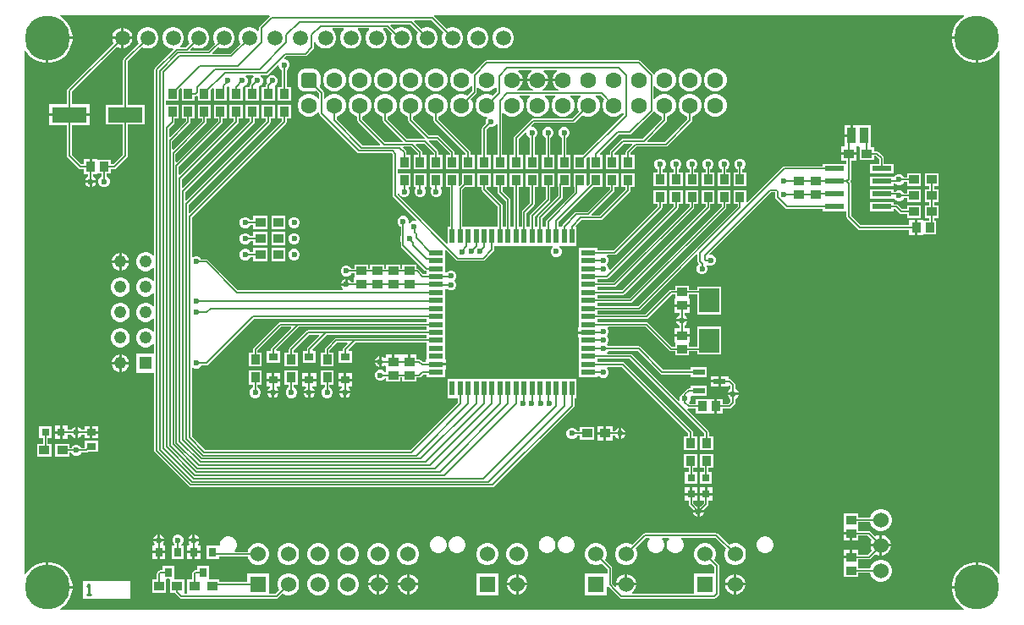
<source format=gtl>
G04*
G04 #@! TF.GenerationSoftware,Altium Limited,Altium Designer,23.8.1 (32)*
G04*
G04 Layer_Physical_Order=1*
G04 Layer_Color=255*
%FSLAX43Y43*%
%MOMM*%
G71*
G04*
G04 #@! TF.SameCoordinates,9BBBEFC2-DBCC-4367-88D2-B00D1FEB7D6A*
G04*
G04*
G04 #@! TF.FilePolarity,Positive*
G04*
G01*
G75*
%ADD13C,0.200*%
%ADD15C,0.254*%
%ADD18R,3.500X1.600*%
%ADD19R,1.000X0.900*%
%ADD20R,0.800X0.800*%
%ADD21R,0.900X1.000*%
%ADD22R,1.270X0.559*%
%ADD23R,2.000X2.400*%
%ADD24R,0.800X0.900*%
%ADD25R,0.900X0.800*%
%ADD26R,0.900X0.700*%
%ADD27R,1.981X0.559*%
%ADD28R,1.473X0.508*%
%ADD29R,0.508X1.473*%
%ADD30R,0.900X1.650*%
%ADD31R,0.800X0.800*%
%ADD49C,1.600*%
%ADD56C,4.500*%
G04:AMPARAMS|DCode=57|XSize=1.6mm|YSize=1.6mm|CornerRadius=0.4mm|HoleSize=0mm|Usage=FLASHONLY|Rotation=0.000|XOffset=0mm|YOffset=0mm|HoleType=Round|Shape=RoundedRectangle|*
%AMROUNDEDRECTD57*
21,1,1.600,0.800,0,0,0.0*
21,1,0.800,1.600,0,0,0.0*
1,1,0.800,0.400,-0.400*
1,1,0.800,-0.400,-0.400*
1,1,0.800,-0.400,0.400*
1,1,0.800,0.400,0.400*
%
%ADD57ROUNDEDRECTD57*%
%ADD58C,3.500*%
%ADD59C,1.500*%
%ADD60C,1.524*%
%ADD61R,1.524X1.524*%
%ADD62C,1.240*%
%ADD63R,1.240X1.240*%
%ADD64C,0.600*%
G36*
X104239Y69669D02*
X103904Y69445D01*
X103555Y69096D01*
X103281Y68686D01*
X103092Y68230D01*
X102996Y67747D01*
Y67627D01*
X105500D01*
Y67500D01*
X105627D01*
Y64996D01*
X105747D01*
X106230Y65092D01*
X106686Y65281D01*
X107096Y65555D01*
X107445Y65904D01*
X107669Y66239D01*
X107796Y66201D01*
Y13799D01*
X107669Y13761D01*
X107445Y14096D01*
X107096Y14445D01*
X106686Y14719D01*
X106230Y14908D01*
X105747Y15004D01*
X105627D01*
Y12500D01*
X105500D01*
Y12373D01*
X102996D01*
Y12253D01*
X103092Y11770D01*
X103281Y11314D01*
X103555Y10904D01*
X103904Y10555D01*
X104239Y10331D01*
X104201Y10204D01*
X13799D01*
X13761Y10331D01*
X14096Y10555D01*
X14445Y10904D01*
X14719Y11314D01*
X14908Y11770D01*
X15004Y12253D01*
Y12373D01*
X12500D01*
Y12500D01*
X12373D01*
Y15004D01*
X12253D01*
X11770Y14908D01*
X11314Y14719D01*
X10904Y14445D01*
X10555Y14096D01*
X10331Y13761D01*
X10204Y13799D01*
Y66201D01*
X10331Y66239D01*
X10555Y65904D01*
X10904Y65555D01*
X11314Y65281D01*
X11770Y65092D01*
X12253Y64996D01*
X12373D01*
Y67500D01*
X12500D01*
Y67627D01*
X15004D01*
Y67747D01*
X14908Y68230D01*
X14719Y68686D01*
X14445Y69096D01*
X14096Y69445D01*
X13761Y69669D01*
X13799Y69796D01*
X34723D01*
X34762Y69669D01*
X34754Y69664D01*
X33736Y68646D01*
X33686Y68571D01*
X33669Y68483D01*
Y68218D01*
X33542Y68186D01*
X33363Y68364D01*
X33117Y68506D01*
X32842Y68580D01*
X32558D01*
X32283Y68506D01*
X32037Y68364D01*
X31836Y68163D01*
X31694Y67917D01*
X31620Y67642D01*
Y67358D01*
X31694Y67083D01*
X31790Y66917D01*
X30770Y65897D01*
X29051D01*
X29002Y66015D01*
X29577Y66590D01*
X29743Y66494D01*
X30018Y66420D01*
X30302D01*
X30577Y66494D01*
X30823Y66636D01*
X31024Y66837D01*
X31166Y67083D01*
X31240Y67358D01*
Y67642D01*
X31166Y67917D01*
X31024Y68163D01*
X30823Y68364D01*
X30577Y68506D01*
X30302Y68580D01*
X30018D01*
X29743Y68506D01*
X29497Y68364D01*
X29296Y68163D01*
X29154Y67917D01*
X29080Y67642D01*
Y67358D01*
X29154Y67083D01*
X29250Y66917D01*
X28557Y66224D01*
X26838D01*
X26789Y66342D01*
X27037Y66590D01*
X27203Y66494D01*
X27478Y66420D01*
X27762D01*
X28037Y66494D01*
X28283Y66636D01*
X28484Y66837D01*
X28626Y67083D01*
X28700Y67358D01*
Y67642D01*
X28626Y67917D01*
X28484Y68163D01*
X28283Y68364D01*
X28037Y68506D01*
X27762Y68580D01*
X27478D01*
X27203Y68506D01*
X26957Y68364D01*
X26756Y68163D01*
X26614Y67917D01*
X26540Y67642D01*
Y67358D01*
X26614Y67083D01*
X26710Y66917D01*
X26344Y66551D01*
X25838D01*
X25786Y66678D01*
X25944Y66837D01*
X26086Y67083D01*
X26160Y67358D01*
Y67642D01*
X26086Y67917D01*
X25944Y68163D01*
X25743Y68364D01*
X25497Y68506D01*
X25222Y68580D01*
X24938D01*
X24663Y68506D01*
X24417Y68364D01*
X24216Y68163D01*
X24074Y67917D01*
X24000Y67642D01*
Y67358D01*
X24074Y67083D01*
X24216Y66837D01*
X24417Y66636D01*
X24663Y66494D01*
X24938Y66420D01*
X25036D01*
X25084Y66303D01*
X23282Y64501D01*
X23232Y64425D01*
X23215Y64337D01*
Y45694D01*
X23213Y45694D01*
X23088Y45676D01*
X22923Y45840D01*
X22707Y45965D01*
X22465Y46030D01*
X22215D01*
X21973Y45965D01*
X21757Y45840D01*
X21580Y45663D01*
X21455Y45447D01*
X21390Y45205D01*
Y44955D01*
X21455Y44713D01*
X21580Y44497D01*
X21757Y44320D01*
X21973Y44195D01*
X22215Y44130D01*
X22465D01*
X22707Y44195D01*
X22923Y44320D01*
X23088Y44484D01*
X23213Y44466D01*
X23215Y44466D01*
Y43154D01*
X23213Y43154D01*
X23088Y43136D01*
X22923Y43300D01*
X22707Y43425D01*
X22465Y43490D01*
X22215D01*
X21973Y43425D01*
X21757Y43300D01*
X21580Y43123D01*
X21455Y42907D01*
X21390Y42665D01*
Y42415D01*
X21455Y42173D01*
X21580Y41957D01*
X21757Y41780D01*
X21973Y41655D01*
X22215Y41590D01*
X22465D01*
X22707Y41655D01*
X22923Y41780D01*
X23088Y41944D01*
X23213Y41926D01*
X23215Y41926D01*
Y40614D01*
X23213Y40614D01*
X23088Y40596D01*
X22923Y40760D01*
X22707Y40885D01*
X22465Y40950D01*
X22215D01*
X21973Y40885D01*
X21757Y40760D01*
X21580Y40583D01*
X21455Y40367D01*
X21390Y40125D01*
Y39875D01*
X21455Y39633D01*
X21580Y39417D01*
X21757Y39240D01*
X21973Y39115D01*
X22215Y39050D01*
X22465D01*
X22707Y39115D01*
X22923Y39240D01*
X23088Y39404D01*
X23213Y39386D01*
X23215Y39386D01*
Y38074D01*
X23213Y38074D01*
X23088Y38056D01*
X22923Y38220D01*
X22707Y38345D01*
X22465Y38410D01*
X22215D01*
X21973Y38345D01*
X21757Y38220D01*
X21580Y38043D01*
X21455Y37827D01*
X21390Y37585D01*
Y37335D01*
X21455Y37093D01*
X21580Y36877D01*
X21757Y36700D01*
X21973Y36575D01*
X22215Y36510D01*
X22465D01*
X22707Y36575D01*
X22923Y36700D01*
X23088Y36864D01*
X23213Y36846D01*
X23215Y36846D01*
Y35870D01*
X21390D01*
Y33970D01*
X23215D01*
Y26142D01*
X23232Y26053D01*
X23282Y25978D01*
X26689Y22571D01*
X26764Y22521D01*
X26853Y22504D01*
X57062D01*
X57151Y22521D01*
X57226Y22571D01*
X65158Y30503D01*
X65208Y30578D01*
X65226Y30667D01*
Y31443D01*
X65448D01*
Y33317D01*
X52552D01*
Y31443D01*
X53562D01*
Y30976D01*
X48822Y26236D01*
X28303D01*
X26947Y27592D01*
Y34423D01*
X27065Y34472D01*
X27086Y34450D01*
X27290Y34366D01*
X27510D01*
X27714Y34450D01*
X27870Y34606D01*
X27904Y34689D01*
X28400D01*
X28489Y34706D01*
X28564Y34756D01*
X33169Y39362D01*
X50443D01*
Y39038D01*
X35806D01*
X35718Y39020D01*
X35643Y38970D01*
X33136Y36464D01*
X33086Y36389D01*
X33069Y36300D01*
Y36000D01*
X32650D01*
Y34600D01*
X33950D01*
Y36000D01*
X33531D01*
Y36204D01*
X35902Y38575D01*
X36882D01*
X36930Y38457D01*
X34936Y36464D01*
X34886Y36389D01*
X34869Y36300D01*
Y36150D01*
X34450D01*
Y34950D01*
X35750D01*
Y36150D01*
X35457D01*
X35404Y36277D01*
X37702Y38575D01*
X50443D01*
Y38225D01*
X38593D01*
X38505Y38207D01*
X38430Y38157D01*
X36736Y36464D01*
X36686Y36389D01*
X36669Y36300D01*
Y36000D01*
X36250D01*
Y34600D01*
X37550D01*
Y36000D01*
X37131D01*
Y36204D01*
X38689Y37762D01*
X39669D01*
X39717Y37645D01*
X38536Y36464D01*
X38486Y36389D01*
X38469Y36300D01*
Y36150D01*
X38050D01*
Y34950D01*
X39350D01*
Y36150D01*
X39057D01*
X39004Y36277D01*
X40489Y37762D01*
X50443D01*
Y37437D01*
X41406D01*
X41317Y37420D01*
X41242Y37370D01*
X40336Y36464D01*
X40286Y36389D01*
X40269Y36300D01*
Y36000D01*
X39850D01*
Y34600D01*
X41150D01*
Y36000D01*
X40731D01*
Y36204D01*
X41502Y36975D01*
X42481D01*
X42530Y36857D01*
X42136Y36464D01*
X42086Y36389D01*
X42069Y36300D01*
Y36150D01*
X41650D01*
Y34950D01*
X42950D01*
Y36150D01*
X42657D01*
X42604Y36277D01*
X43302Y36975D01*
X50443D01*
Y35939D01*
Y35301D01*
X50389D01*
Y35024D01*
X50078D01*
X49864Y35239D01*
X49789Y35289D01*
X49700Y35306D01*
X49454D01*
Y35779D01*
X48827D01*
Y35075D01*
X48573D01*
Y35779D01*
X47946D01*
Y35779D01*
X47854D01*
Y35779D01*
X47227D01*
Y35075D01*
X46973D01*
Y35779D01*
X46346D01*
Y35492D01*
X46219Y35439D01*
X46114Y35545D01*
X45927Y35622D01*
Y35075D01*
Y34528D01*
X46114Y34605D01*
X46219Y34711D01*
X46346Y34658D01*
Y34371D01*
X46400D01*
Y34056D01*
X46273Y34031D01*
X46270Y34039D01*
X46114Y34195D01*
X45910Y34279D01*
X45690D01*
X45486Y34195D01*
X45330Y34039D01*
X45246Y33835D01*
Y33615D01*
X45330Y33411D01*
X45486Y33255D01*
X45690Y33171D01*
X45910D01*
X46114Y33255D01*
X46270Y33411D01*
X46273Y33419D01*
X46400Y33394D01*
Y33075D01*
X47800D01*
Y33494D01*
X48000D01*
Y33075D01*
X49400D01*
Y33494D01*
X49700D01*
X49789Y33511D01*
X49864Y33561D01*
X50076Y33774D01*
X50443D01*
Y33552D01*
X52317D01*
Y34285D01*
X52371D01*
Y34666D01*
X51380D01*
Y34920D01*
X52371D01*
Y35301D01*
X52317D01*
Y35939D01*
Y36752D01*
Y37539D01*
Y38352D01*
Y39140D01*
Y39952D01*
Y40740D01*
Y41553D01*
Y42286D01*
X52371D01*
Y42306D01*
X52498Y42359D01*
X52566Y42290D01*
X52770Y42206D01*
X52990D01*
X53194Y42290D01*
X53350Y42446D01*
X53434Y42650D01*
Y42870D01*
X53350Y43074D01*
X53223Y43201D01*
X53350Y43327D01*
X53434Y43531D01*
Y43751D01*
X53350Y43955D01*
X53194Y44111D01*
X52990Y44195D01*
X52770D01*
X52566Y44111D01*
X52444Y43988D01*
X52317Y44035D01*
Y44753D01*
Y45540D01*
Y46190D01*
X52434Y46239D01*
X53436Y45236D01*
X53511Y45186D01*
X53600Y45169D01*
X56100D01*
X56189Y45186D01*
X56264Y45236D01*
X57157Y46130D01*
X57207Y46205D01*
X57225Y46293D01*
Y46683D01*
X63034D01*
X63064Y46619D01*
X63073Y46556D01*
X62930Y46414D01*
X62846Y46210D01*
Y45990D01*
X62930Y45786D01*
X63086Y45630D01*
X63290Y45546D01*
X63510D01*
X63714Y45630D01*
X63870Y45786D01*
X63954Y45990D01*
Y46210D01*
X63870Y46414D01*
X63727Y46556D01*
X63736Y46619D01*
X63766Y46683D01*
X65448D01*
Y48557D01*
X65424D01*
X65376Y48674D01*
X65970Y49269D01*
X67850D01*
X67939Y49286D01*
X68014Y49336D01*
X70764Y52086D01*
X70814Y52161D01*
X70831Y52250D01*
Y52550D01*
X71250D01*
Y53950D01*
X69950D01*
Y52550D01*
X70369D01*
Y52346D01*
X67754Y49731D01*
X66975D01*
X66926Y49849D01*
X69164Y52086D01*
X69214Y52161D01*
X69231Y52250D01*
Y52550D01*
X69650D01*
Y53950D01*
X68350D01*
Y52550D01*
X68769D01*
Y52346D01*
X66481Y50058D01*
X65414D01*
X65325Y50041D01*
X65250Y49991D01*
X64043Y48784D01*
X63993Y48709D01*
X63976Y48620D01*
Y48557D01*
X63626D01*
Y49098D01*
X67077Y52550D01*
X68050D01*
Y53950D01*
X66750D01*
Y52877D01*
X66567Y52695D01*
X66450Y52743D01*
Y53950D01*
X65150D01*
Y52550D01*
X65219D01*
Y52071D01*
X62443Y49295D01*
X62393Y49220D01*
X62375Y49132D01*
Y48557D01*
X62025D01*
Y49429D01*
X64014Y51418D01*
X64064Y51493D01*
X64081Y51581D01*
Y52550D01*
X64850D01*
Y53950D01*
X63550D01*
Y52550D01*
X63619D01*
Y51677D01*
X61630Y49689D01*
X61580Y49614D01*
X61563Y49525D01*
Y48557D01*
X61238D01*
Y49584D01*
X62764Y51109D01*
X62814Y51184D01*
X62831Y51273D01*
Y52550D01*
X63250D01*
Y53950D01*
X61950D01*
Y52550D01*
X62369D01*
Y51369D01*
X60843Y49843D01*
X60793Y49768D01*
X60775Y49680D01*
Y48557D01*
X60425D01*
Y49977D01*
X61164Y50716D01*
X61214Y50791D01*
X61231Y50879D01*
Y52550D01*
X61650D01*
Y53950D01*
X60350D01*
Y52550D01*
X60769D01*
Y50975D01*
X60030Y50237D01*
X59980Y50162D01*
X59962Y50073D01*
Y48557D01*
X59638D01*
Y52550D01*
X60050D01*
Y53950D01*
X58750D01*
Y52550D01*
X59175D01*
Y48557D01*
X58825D01*
Y51269D01*
X58807Y51357D01*
X58757Y51432D01*
X58031Y52158D01*
Y52550D01*
X58450D01*
Y53950D01*
X57150D01*
Y52550D01*
X57569D01*
Y52062D01*
X57586Y51974D01*
X57636Y51899D01*
X58362Y51173D01*
Y48557D01*
X58038D01*
Y50694D01*
X58020Y50782D01*
X57970Y50857D01*
X56431Y52396D01*
Y52550D01*
X56850D01*
Y53950D01*
X55550D01*
Y52550D01*
X55969D01*
Y52300D01*
X55986Y52211D01*
X56036Y52136D01*
X57575Y50598D01*
Y48557D01*
X54024D01*
Y52297D01*
X54277Y52550D01*
X55250D01*
Y53950D01*
X53950D01*
Y52877D01*
X53767Y52695D01*
X53650Y52743D01*
Y53950D01*
X52350D01*
Y52550D01*
X52774D01*
Y48557D01*
X52552D01*
Y46942D01*
X52434Y46893D01*
X47531Y51796D01*
Y51934D01*
X47658Y51960D01*
X47730Y51786D01*
X47886Y51630D01*
X48090Y51546D01*
X48310D01*
X48514Y51630D01*
X48670Y51786D01*
X48754Y51990D01*
Y52210D01*
X48670Y52414D01*
X48651Y52433D01*
X48699Y52550D01*
X48850D01*
Y53950D01*
X47550Y53950D01*
X47531Y54069D01*
Y54231D01*
X47550Y54350D01*
X48850D01*
Y55750D01*
X48431D01*
Y56050D01*
X48414Y56139D01*
X48364Y56214D01*
X48099Y56478D01*
X48148Y56596D01*
X48927D01*
X49569Y55954D01*
Y55750D01*
X49150D01*
Y54350D01*
X50450D01*
Y55750D01*
X50031D01*
Y56050D01*
X50014Y56139D01*
X49964Y56214D01*
X49372Y56805D01*
X49421Y56923D01*
X50200D01*
X51169Y55954D01*
Y55750D01*
X50750D01*
Y54350D01*
X52050D01*
Y55750D01*
X51631D01*
Y56050D01*
X51614Y56139D01*
X51564Y56214D01*
X50655Y57123D01*
X50707Y57250D01*
X51473D01*
X52769Y55954D01*
Y55750D01*
X52350D01*
Y54350D01*
X53650D01*
Y55750D01*
X53231D01*
Y56050D01*
X53214Y56139D01*
X53164Y56214D01*
X51733Y57645D01*
X51658Y57695D01*
X51569Y57712D01*
X50685D01*
X49071Y59326D01*
Y59622D01*
X49276Y59677D01*
X49534Y59826D01*
X49744Y60036D01*
X49893Y60294D01*
X49970Y60581D01*
Y60879D01*
X49893Y61166D01*
X49744Y61424D01*
X49534Y61634D01*
X49276Y61783D01*
X48989Y61860D01*
X48691D01*
X48404Y61783D01*
X48146Y61634D01*
X47936Y61424D01*
X47787Y61166D01*
X47710Y60879D01*
Y60581D01*
X47787Y60294D01*
X47936Y60036D01*
X48146Y59826D01*
X48404Y59677D01*
X48609Y59622D01*
Y59230D01*
X48626Y59141D01*
X48676Y59066D01*
X50230Y57512D01*
X50178Y57385D01*
X48472D01*
X46531Y59326D01*
Y59622D01*
X46736Y59677D01*
X46994Y59826D01*
X47204Y60036D01*
X47353Y60294D01*
X47430Y60581D01*
Y60879D01*
X47353Y61166D01*
X47204Y61424D01*
X46994Y61634D01*
X46736Y61783D01*
X46449Y61860D01*
X46151D01*
X45864Y61783D01*
X45606Y61634D01*
X45396Y61424D01*
X45247Y61166D01*
X45170Y60879D01*
Y60581D01*
X45247Y60294D01*
X45396Y60036D01*
X45606Y59826D01*
X45864Y59677D01*
X46069Y59622D01*
Y59230D01*
X46086Y59141D01*
X46136Y59066D01*
X48027Y57176D01*
X47978Y57058D01*
X46259D01*
X43991Y59326D01*
Y59622D01*
X44196Y59677D01*
X44454Y59826D01*
X44664Y60036D01*
X44813Y60294D01*
X44890Y60581D01*
Y60879D01*
X44813Y61166D01*
X44664Y61424D01*
X44454Y61634D01*
X44196Y61783D01*
X43909Y61860D01*
X43611D01*
X43324Y61783D01*
X43066Y61634D01*
X42856Y61424D01*
X42707Y61166D01*
X42630Y60879D01*
Y60581D01*
X42707Y60294D01*
X42856Y60036D01*
X43066Y59826D01*
X43324Y59677D01*
X43529Y59622D01*
Y59230D01*
X43546Y59141D01*
X43596Y59066D01*
X45814Y56849D01*
X45765Y56731D01*
X44046D01*
X41451Y59326D01*
Y59622D01*
X41656Y59677D01*
X41914Y59826D01*
X42124Y60036D01*
X42273Y60294D01*
X42350Y60581D01*
Y60879D01*
X42273Y61166D01*
X42124Y61424D01*
X41914Y61634D01*
X41656Y61783D01*
X41369Y61860D01*
X41071D01*
X40784Y61783D01*
X40526Y61634D01*
X40316Y61424D01*
X40304Y61404D01*
X40181Y61437D01*
Y62000D01*
X40164Y62089D01*
X40114Y62164D01*
X39735Y62543D01*
X39791Y62679D01*
X39816Y62870D01*
Y63670D01*
X39791Y63861D01*
X39718Y64038D01*
X39601Y64191D01*
X39448Y64308D01*
X39271Y64381D01*
X39080Y64406D01*
X38280D01*
X38089Y64381D01*
X37912Y64308D01*
X37759Y64191D01*
X37642Y64038D01*
X37569Y63861D01*
X37544Y63670D01*
Y62870D01*
X37569Y62679D01*
X37642Y62502D01*
X37759Y62349D01*
X37912Y62232D01*
X38089Y62159D01*
X38280Y62134D01*
X39080D01*
X39271Y62159D01*
X39407Y62215D01*
X39719Y61904D01*
Y61437D01*
X39596Y61404D01*
X39584Y61424D01*
X39374Y61634D01*
X39116Y61783D01*
X38829Y61860D01*
X38531D01*
X38244Y61783D01*
X37986Y61634D01*
X37776Y61424D01*
X37627Y61166D01*
X37550Y60879D01*
Y60581D01*
X37627Y60294D01*
X37776Y60036D01*
X37986Y59826D01*
X38244Y59677D01*
X38531Y59600D01*
X38829D01*
X39116Y59677D01*
X39374Y59826D01*
X39584Y60036D01*
X39596Y60056D01*
X39719Y60023D01*
Y59900D01*
X39736Y59811D01*
X39786Y59736D01*
X43513Y56009D01*
X43588Y55959D01*
X43677Y55942D01*
X46931D01*
X47069Y55804D01*
Y51700D01*
X47086Y51611D01*
X47136Y51536D01*
X49431Y49241D01*
X49360Y49134D01*
X49310Y49154D01*
X49090D01*
X48886Y49070D01*
X48771Y48955D01*
X48732Y48966D01*
X48654Y49017D01*
Y49210D01*
X48570Y49414D01*
X48414Y49570D01*
X48210Y49654D01*
X47990D01*
X47786Y49570D01*
X47630Y49414D01*
X47546Y49210D01*
Y48990D01*
X47630Y48786D01*
X47786Y48630D01*
X47869Y48596D01*
Y47762D01*
X47861Y47751D01*
X47844Y47662D01*
Y47121D01*
X47861Y47032D01*
X47869Y47021D01*
Y46700D01*
X47886Y46611D01*
X47936Y46536D01*
X50242Y44231D01*
X50317Y44180D01*
X50406Y44163D01*
X50443D01*
Y43838D01*
X50139D01*
X49664Y44314D01*
X49589Y44364D01*
X49500Y44381D01*
X49400D01*
Y44800D01*
X48000D01*
Y44381D01*
X47800D01*
Y44800D01*
X46400D01*
Y44381D01*
X46200D01*
Y44800D01*
X44800D01*
Y44381D01*
X44600D01*
Y44800D01*
X43200D01*
Y44381D01*
X42904D01*
X42870Y44464D01*
X42714Y44620D01*
X42510Y44704D01*
X42290D01*
X42086Y44620D01*
X41930Y44464D01*
X41846Y44260D01*
Y44040D01*
X41930Y43836D01*
X42086Y43680D01*
X42290Y43596D01*
X42510D01*
X42714Y43680D01*
X42870Y43836D01*
X42904Y43919D01*
X43200D01*
Y43504D01*
X43146D01*
Y43031D01*
X42904D01*
X42870Y43114D01*
X42714Y43270D01*
X42527Y43347D01*
Y42800D01*
X42400D01*
Y42673D01*
X41853D01*
X41930Y42486D01*
X42051Y42365D01*
X42002Y42238D01*
X31569D01*
X28564Y45244D01*
X28489Y45294D01*
X28400Y45311D01*
X27904D01*
X27870Y45394D01*
X27714Y45550D01*
X27510Y45634D01*
X27290D01*
X27086Y45550D01*
X27065Y45528D01*
X26947Y45577D01*
Y49520D01*
X36364Y58936D01*
X36414Y59011D01*
X36431Y59100D01*
Y59400D01*
X36850D01*
Y60800D01*
X35550D01*
Y59400D01*
X35969D01*
Y59196D01*
X26738Y49965D01*
X26620Y50014D01*
Y50793D01*
X34764Y58936D01*
X34814Y59011D01*
X34831Y59100D01*
Y59400D01*
X35250D01*
Y60800D01*
X33950D01*
Y59400D01*
X34369D01*
Y59196D01*
X26411Y51238D01*
X26293Y51287D01*
Y52066D01*
X33164Y58936D01*
X33214Y59011D01*
X33231Y59100D01*
Y59400D01*
X33650D01*
Y60800D01*
X32350D01*
Y59400D01*
X32769D01*
Y59196D01*
X26084Y52511D01*
X25966Y52560D01*
Y53339D01*
X31564Y58936D01*
X31614Y59011D01*
X31631Y59100D01*
Y59400D01*
X32050D01*
Y60800D01*
X30750D01*
Y59400D01*
X31169D01*
Y59196D01*
X25757Y53784D01*
X25639Y53833D01*
Y54612D01*
X29964Y58936D01*
X30014Y59011D01*
X30031Y59100D01*
Y59400D01*
X30450D01*
Y60800D01*
X29150D01*
Y59400D01*
X29569D01*
Y59196D01*
X25430Y55057D01*
X25312Y55106D01*
Y55885D01*
X28364Y58936D01*
X28414Y59011D01*
X28431Y59100D01*
Y59400D01*
X28850D01*
Y60800D01*
X27550D01*
Y59400D01*
X27969D01*
Y59196D01*
X25103Y56330D01*
X24985Y56379D01*
Y57158D01*
X26764Y58936D01*
X26814Y59011D01*
X26831Y59100D01*
Y59400D01*
X27250D01*
Y60800D01*
X25950D01*
Y59400D01*
X26369D01*
Y59196D01*
X24776Y57603D01*
X24658Y57652D01*
Y58431D01*
X25164Y58936D01*
X25214Y59011D01*
X25231Y59100D01*
Y59400D01*
X25650D01*
Y60800D01*
X24350D01*
X24331Y60919D01*
Y61081D01*
X24350Y61200D01*
X25650D01*
Y62273D01*
X25833Y62455D01*
X25950Y62407D01*
Y61200D01*
X27250D01*
Y61669D01*
X27333D01*
X27421Y61686D01*
X27423Y61687D01*
X27550Y61619D01*
Y61200D01*
X28850D01*
Y62273D01*
X29033Y62455D01*
X29150Y62407D01*
Y61200D01*
X30450D01*
Y62540D01*
X30450Y62600D01*
X30558Y62646D01*
X30610D01*
X30649Y62662D01*
X30750Y62566D01*
Y61200D01*
X32050D01*
Y62600D01*
X32151Y62663D01*
X32314Y62730D01*
X32470Y62886D01*
X32554Y63090D01*
Y63310D01*
X32470Y63514D01*
X32342Y63642D01*
X32382Y63769D01*
X33118D01*
X33158Y63642D01*
X33030Y63514D01*
X32946Y63310D01*
Y63090D01*
X32980Y63007D01*
X32836Y62864D01*
X32786Y62789D01*
X32769Y62700D01*
Y62600D01*
X32350D01*
Y61200D01*
X33650D01*
Y62600D01*
X33728Y62695D01*
X33814Y62730D01*
X33970Y62886D01*
X34054Y63090D01*
Y63310D01*
X33970Y63514D01*
X33842Y63642D01*
X33882Y63769D01*
X34413D01*
X34501Y63786D01*
X34576Y63836D01*
X35529Y64789D01*
X35646Y64740D01*
Y64690D01*
X35730Y64486D01*
X35886Y64330D01*
X35969Y64296D01*
Y62600D01*
X35550D01*
Y61200D01*
X36850D01*
Y62600D01*
X36431D01*
Y64296D01*
X36514Y64330D01*
X36670Y64486D01*
X36754Y64690D01*
Y64910D01*
X36670Y65114D01*
X36514Y65270D01*
X36310Y65354D01*
X36260D01*
X36211Y65471D01*
X36408Y65669D01*
X38300D01*
X38389Y65686D01*
X38464Y65736D01*
X39124Y66396D01*
X39124Y66396D01*
X39174Y66471D01*
X39191Y66560D01*
Y67018D01*
X39307Y67078D01*
X39318Y67075D01*
X39456Y66837D01*
X39657Y66636D01*
X39903Y66494D01*
X40178Y66420D01*
X40462D01*
X40737Y66494D01*
X40983Y66636D01*
X41184Y66837D01*
X41326Y67083D01*
X41400Y67358D01*
Y67642D01*
X41326Y67917D01*
X41184Y68163D01*
X41026Y68322D01*
X41078Y68449D01*
X42102D01*
X42154Y68322D01*
X41996Y68163D01*
X41854Y67917D01*
X41780Y67642D01*
Y67358D01*
X41854Y67083D01*
X41996Y66837D01*
X42197Y66636D01*
X42443Y66494D01*
X42718Y66420D01*
X43002D01*
X43277Y66494D01*
X43523Y66636D01*
X43724Y66837D01*
X43866Y67083D01*
X43940Y67358D01*
Y67642D01*
X43866Y67917D01*
X43724Y68163D01*
X43566Y68322D01*
X43618Y68449D01*
X44642D01*
X44694Y68322D01*
X44536Y68163D01*
X44394Y67917D01*
X44320Y67642D01*
Y67358D01*
X44394Y67083D01*
X44536Y66837D01*
X44737Y66636D01*
X44983Y66494D01*
X45258Y66420D01*
X45542D01*
X45817Y66494D01*
X46063Y66636D01*
X46264Y66837D01*
X46406Y67083D01*
X46480Y67358D01*
Y67642D01*
X46406Y67917D01*
X46264Y68163D01*
X46106Y68322D01*
X46158Y68449D01*
X46424D01*
X46942Y67931D01*
X46934Y67917D01*
X46860Y67642D01*
Y67358D01*
X46934Y67083D01*
X47076Y66837D01*
X47277Y66636D01*
X47523Y66494D01*
X47798Y66420D01*
X48082D01*
X48357Y66494D01*
X48603Y66636D01*
X48804Y66837D01*
X48946Y67083D01*
X49020Y67358D01*
Y67642D01*
X48946Y67917D01*
X48804Y68163D01*
X48603Y68364D01*
X48357Y68506D01*
X48082Y68580D01*
X47798D01*
X47523Y68506D01*
X47277Y68364D01*
X47220Y68307D01*
X46786Y68742D01*
X46838Y68869D01*
X48784D01*
X49570Y68083D01*
X49474Y67917D01*
X49400Y67642D01*
Y67358D01*
X49474Y67083D01*
X49616Y66837D01*
X49817Y66636D01*
X50063Y66494D01*
X50338Y66420D01*
X50622D01*
X50897Y66494D01*
X51143Y66636D01*
X51344Y66837D01*
X51486Y67083D01*
X51560Y67358D01*
Y67642D01*
X51486Y67917D01*
X51344Y68163D01*
X51143Y68364D01*
X50897Y68506D01*
X50622Y68580D01*
X50338D01*
X50063Y68506D01*
X49897Y68410D01*
X49166Y69142D01*
X49218Y69269D01*
X50924D01*
X52110Y68083D01*
X52014Y67917D01*
X51940Y67642D01*
Y67358D01*
X52014Y67083D01*
X52156Y66837D01*
X52357Y66636D01*
X52603Y66494D01*
X52878Y66420D01*
X53162D01*
X53437Y66494D01*
X53683Y66636D01*
X53884Y66837D01*
X54026Y67083D01*
X54100Y67358D01*
Y67642D01*
X54026Y67917D01*
X53884Y68163D01*
X53683Y68364D01*
X53437Y68506D01*
X53162Y68580D01*
X52878D01*
X52603Y68506D01*
X52437Y68410D01*
X51184Y69664D01*
X51175Y69669D01*
X51214Y69796D01*
X104201D01*
X104239Y69669D01*
D02*
G37*
%LPC*%
G36*
X20132Y68504D02*
X20127D01*
Y67627D01*
X21004D01*
Y67632D01*
X20936Y67888D01*
X20803Y68116D01*
X20616Y68303D01*
X20388Y68436D01*
X20132Y68504D01*
D02*
G37*
G36*
X19873D02*
X19868D01*
X19612Y68436D01*
X19384Y68303D01*
X19197Y68116D01*
X19064Y67888D01*
X18996Y67632D01*
Y67627D01*
X19873D01*
Y68504D01*
D02*
G37*
G36*
X21004Y67373D02*
X20127D01*
Y66496D01*
X20132D01*
X20388Y66564D01*
X20616Y66697D01*
X20803Y66884D01*
X20936Y67112D01*
X21004Y67368D01*
Y67373D01*
D02*
G37*
G36*
X19873D02*
X18996D01*
Y67368D01*
X19064Y67112D01*
X19145Y66973D01*
X14536Y62364D01*
X14486Y62289D01*
X14469Y62200D01*
Y60854D01*
X12696D01*
Y59927D01*
X16704D01*
Y60854D01*
X14931D01*
Y62104D01*
X19473Y66645D01*
X19612Y66564D01*
X19868Y66496D01*
X19873D01*
Y67373D01*
D02*
G37*
G36*
X58242Y68580D02*
X57958D01*
X57683Y68506D01*
X57437Y68364D01*
X57236Y68163D01*
X57094Y67917D01*
X57020Y67642D01*
Y67358D01*
X57094Y67083D01*
X57236Y66837D01*
X57437Y66636D01*
X57683Y66494D01*
X57958Y66420D01*
X58242D01*
X58517Y66494D01*
X58763Y66636D01*
X58964Y66837D01*
X59106Y67083D01*
X59180Y67358D01*
Y67642D01*
X59106Y67917D01*
X58964Y68163D01*
X58763Y68364D01*
X58517Y68506D01*
X58242Y68580D01*
D02*
G37*
G36*
X55702D02*
X55418D01*
X55143Y68506D01*
X54897Y68364D01*
X54696Y68163D01*
X54554Y67917D01*
X54480Y67642D01*
Y67358D01*
X54554Y67083D01*
X54696Y66837D01*
X54897Y66636D01*
X55143Y66494D01*
X55418Y66420D01*
X55702D01*
X55977Y66494D01*
X56223Y66636D01*
X56424Y66837D01*
X56566Y67083D01*
X56640Y67358D01*
Y67642D01*
X56566Y67917D01*
X56424Y68163D01*
X56223Y68364D01*
X55977Y68506D01*
X55702Y68580D01*
D02*
G37*
G36*
X22682D02*
X22398D01*
X22123Y68506D01*
X21877Y68364D01*
X21676Y68163D01*
X21534Y67917D01*
X21460Y67642D01*
Y67358D01*
X21534Y67083D01*
X21630Y66917D01*
X20136Y65424D01*
X20086Y65349D01*
X20069Y65260D01*
Y60800D01*
X18350D01*
Y58800D01*
X20069D01*
Y55821D01*
X19079Y54831D01*
X18825D01*
Y55300D01*
X17529D01*
Y55354D01*
X16952D01*
Y54600D01*
X16698D01*
Y55354D01*
X16121D01*
Y54831D01*
X15921D01*
X14931Y55821D01*
Y58746D01*
X16704D01*
Y59673D01*
X12696D01*
Y58746D01*
X14469D01*
Y55725D01*
X14486Y55636D01*
X14536Y55561D01*
X15661Y54436D01*
X15736Y54386D01*
X15825Y54369D01*
X16121D01*
Y53846D01*
X16594D01*
Y53604D01*
X16511Y53570D01*
X16355Y53414D01*
X16278Y53227D01*
X17372D01*
X17295Y53414D01*
X17139Y53570D01*
X17056Y53604D01*
Y53846D01*
X17529D01*
Y53900D01*
X17944D01*
Y53604D01*
X17861Y53570D01*
X17705Y53414D01*
X17621Y53210D01*
Y52990D01*
X17705Y52786D01*
X17861Y52630D01*
X18065Y52546D01*
X18285D01*
X18489Y52630D01*
X18645Y52786D01*
X18729Y52990D01*
Y53210D01*
X18645Y53414D01*
X18489Y53570D01*
X18406Y53604D01*
Y53900D01*
X18825D01*
Y54369D01*
X19175D01*
X19264Y54386D01*
X19339Y54436D01*
X20464Y55561D01*
X20514Y55636D01*
X20531Y55725D01*
Y58800D01*
X22250D01*
Y60800D01*
X20531D01*
Y65164D01*
X21957Y66590D01*
X22123Y66494D01*
X22398Y66420D01*
X22682D01*
X22957Y66494D01*
X23203Y66636D01*
X23404Y66837D01*
X23546Y67083D01*
X23620Y67358D01*
Y67642D01*
X23546Y67917D01*
X23404Y68163D01*
X23203Y68364D01*
X22957Y68506D01*
X22682Y68580D01*
D02*
G37*
G36*
X105373Y67373D02*
X102996D01*
Y67253D01*
X103092Y66770D01*
X103281Y66314D01*
X103555Y65904D01*
X103904Y65555D01*
X104314Y65281D01*
X104770Y65092D01*
X105253Y64996D01*
X105373D01*
Y67373D01*
D02*
G37*
G36*
X15004D02*
X12627D01*
Y64996D01*
X12747D01*
X13230Y65092D01*
X13686Y65281D01*
X14096Y65555D01*
X14445Y65904D01*
X14719Y66314D01*
X14908Y66770D01*
X15004Y67253D01*
Y67373D01*
D02*
G37*
G36*
X71709Y65231D02*
X56451D01*
X56362Y65214D01*
X56287Y65164D01*
X55066Y63943D01*
X55022Y63876D01*
X54974Y63865D01*
X54885Y63859D01*
X54824Y63964D01*
X54614Y64174D01*
X54356Y64323D01*
X54069Y64400D01*
X53771D01*
X53484Y64323D01*
X53226Y64174D01*
X53016Y63964D01*
X52867Y63706D01*
X52790Y63419D01*
Y63121D01*
X52867Y62834D01*
X53016Y62576D01*
X53226Y62366D01*
X53484Y62217D01*
X53771Y62140D01*
X54069D01*
X54356Y62217D01*
X54614Y62366D01*
X54824Y62576D01*
X54872Y62658D01*
X54999Y62624D01*
Y62136D01*
X54540Y61677D01*
X54356Y61783D01*
X54069Y61860D01*
X53771D01*
X53484Y61783D01*
X53226Y61634D01*
X53016Y61424D01*
X52867Y61166D01*
X52790Y60879D01*
Y60581D01*
X52867Y60294D01*
X53016Y60036D01*
X53226Y59826D01*
X53484Y59677D01*
X53771Y59600D01*
X54069D01*
X54356Y59677D01*
X54614Y59826D01*
X54824Y60036D01*
X54973Y60294D01*
X55050Y60581D01*
Y60879D01*
X54973Y61166D01*
X54867Y61350D01*
X55394Y61876D01*
X55444Y61951D01*
X55461Y62040D01*
Y62497D01*
X55588Y62543D01*
X55766Y62366D01*
X56024Y62217D01*
X56311Y62140D01*
X56609D01*
X56896Y62217D01*
X57154Y62366D01*
X57332Y62543D01*
X57459Y62497D01*
Y62056D01*
X57080Y61677D01*
X56896Y61783D01*
X56609Y61860D01*
X56311D01*
X56024Y61783D01*
X55766Y61634D01*
X55556Y61424D01*
X55407Y61166D01*
X55330Y60879D01*
Y60581D01*
X55407Y60294D01*
X55556Y60036D01*
X55766Y59826D01*
X56024Y59677D01*
X56311Y59600D01*
X56437D01*
X56490Y59473D01*
X56430Y59414D01*
X56346Y59210D01*
Y58990D01*
X56380Y58907D01*
X56036Y58564D01*
X55986Y58489D01*
X55969Y58400D01*
Y55750D01*
X55550D01*
Y54350D01*
X56850D01*
Y55750D01*
X56431D01*
Y58304D01*
X56707Y58580D01*
X56790Y58546D01*
X57010D01*
X57214Y58630D01*
X57370Y58786D01*
X57412Y58887D01*
X57539Y58862D01*
Y55750D01*
X57150D01*
Y54350D01*
X58450D01*
Y55750D01*
X58001D01*
Y59957D01*
X58128Y60003D01*
X58306Y59826D01*
X58564Y59677D01*
X58851Y59600D01*
X59149D01*
X59436Y59677D01*
X59694Y59826D01*
X59904Y60036D01*
X60053Y60294D01*
X60130Y60581D01*
Y60879D01*
X60053Y61166D01*
X59904Y61424D01*
X59727Y61602D01*
X59773Y61729D01*
X60767D01*
X60813Y61602D01*
X60636Y61424D01*
X60487Y61166D01*
X60410Y60879D01*
Y60581D01*
X60487Y60294D01*
X60636Y60036D01*
X60846Y59826D01*
X61104Y59677D01*
X61391Y59600D01*
X61689D01*
X61976Y59677D01*
X62234Y59826D01*
X62444Y60036D01*
X62593Y60294D01*
X62670Y60581D01*
Y60879D01*
X62593Y61166D01*
X62444Y61424D01*
X62266Y61602D01*
X62313Y61729D01*
X63307D01*
X63353Y61602D01*
X63176Y61424D01*
X63027Y61166D01*
X62950Y60879D01*
Y60581D01*
X63027Y60294D01*
X63176Y60036D01*
X63386Y59826D01*
X63644Y59677D01*
X63931Y59600D01*
X64229D01*
X64516Y59677D01*
X64774Y59826D01*
X64984Y60036D01*
X65133Y60294D01*
X65210Y60581D01*
Y60879D01*
X65133Y61166D01*
X64984Y61424D01*
X64807Y61602D01*
X64853Y61729D01*
X65847D01*
X65893Y61602D01*
X65716Y61424D01*
X65567Y61166D01*
X65490Y60879D01*
Y60581D01*
X65567Y60294D01*
X65673Y60110D01*
X64994Y59431D01*
X61100D01*
X61011Y59414D01*
X60936Y59364D01*
X59236Y57664D01*
X59186Y57589D01*
X59169Y57500D01*
Y55750D01*
X58750D01*
Y54350D01*
X60050D01*
Y55750D01*
X59631D01*
Y57404D01*
X60319Y58092D01*
X60446Y58039D01*
Y57890D01*
X60530Y57686D01*
X60686Y57530D01*
X60769Y57496D01*
Y55750D01*
X60350D01*
Y54350D01*
X61650D01*
Y55750D01*
X61231D01*
Y57496D01*
X61314Y57530D01*
X61470Y57686D01*
X61554Y57890D01*
Y58110D01*
X61470Y58314D01*
X61314Y58470D01*
X61110Y58554D01*
X60961D01*
X60908Y58681D01*
X61196Y58969D01*
X65090D01*
X65179Y58986D01*
X65254Y59036D01*
X66000Y59783D01*
X66184Y59677D01*
X66471Y59600D01*
X66769D01*
X67056Y59677D01*
X67314Y59826D01*
X67524Y60036D01*
X67673Y60294D01*
X67750Y60581D01*
Y60879D01*
X67673Y61166D01*
X67524Y61424D01*
X67346Y61602D01*
X67393Y61729D01*
X67834D01*
X68213Y61350D01*
X68107Y61166D01*
X68030Y60879D01*
Y60581D01*
X68107Y60294D01*
X68256Y60036D01*
X68466Y59826D01*
X68724Y59677D01*
X69011Y59600D01*
X69309D01*
X69596Y59677D01*
X69854Y59826D01*
X70032Y60003D01*
X70159Y59957D01*
Y59786D01*
X66123Y55750D01*
X65150D01*
Y54350D01*
X66450D01*
Y55423D01*
X66633Y55605D01*
X66750Y55557D01*
Y54350D01*
X68050D01*
Y55750D01*
X67807D01*
X67754Y55877D01*
X69681Y57804D01*
X70745D01*
X70833Y57821D01*
X70908Y57872D01*
X73094Y60057D01*
X73138Y60124D01*
X73186Y60135D01*
X73275Y60141D01*
X73336Y60036D01*
X73546Y59826D01*
X73804Y59677D01*
X74009Y59622D01*
Y59326D01*
X72068Y57385D01*
X70104D01*
X70015Y57368D01*
X69940Y57318D01*
X68836Y56214D01*
X68786Y56139D01*
X68769Y56050D01*
Y55750D01*
X68350D01*
Y54350D01*
X69650D01*
Y55750D01*
X69231D01*
Y55954D01*
X70200Y56923D01*
X70979D01*
X71028Y56805D01*
X70436Y56214D01*
X70386Y56139D01*
X70369Y56050D01*
Y55750D01*
X69950D01*
Y54350D01*
X71250D01*
Y55750D01*
X70831D01*
Y55954D01*
X71473Y56596D01*
X74377D01*
X74466Y56613D01*
X74541Y56663D01*
X76944Y59066D01*
X76994Y59141D01*
X77011Y59230D01*
Y59622D01*
X77216Y59677D01*
X77474Y59826D01*
X77684Y60036D01*
X77833Y60294D01*
X77910Y60581D01*
Y60879D01*
X77833Y61166D01*
X77684Y61424D01*
X77474Y61634D01*
X77216Y61783D01*
X76929Y61860D01*
X76631D01*
X76344Y61783D01*
X76086Y61634D01*
X75876Y61424D01*
X75727Y61166D01*
X75650Y60879D01*
Y60581D01*
X75727Y60294D01*
X75876Y60036D01*
X76086Y59826D01*
X76344Y59677D01*
X76549Y59622D01*
Y59326D01*
X74281Y57058D01*
X72562D01*
X72513Y57176D01*
X74404Y59066D01*
X74454Y59141D01*
X74471Y59230D01*
Y59622D01*
X74676Y59677D01*
X74934Y59826D01*
X75144Y60036D01*
X75293Y60294D01*
X75370Y60581D01*
Y60879D01*
X75293Y61166D01*
X75144Y61424D01*
X74934Y61634D01*
X74676Y61783D01*
X74389Y61860D01*
X74091D01*
X73804Y61783D01*
X73546Y61634D01*
X73336Y61424D01*
X73288Y61342D01*
X73161Y61376D01*
Y62624D01*
X73288Y62658D01*
X73336Y62576D01*
X73546Y62366D01*
X73804Y62217D01*
X74091Y62140D01*
X74389D01*
X74676Y62217D01*
X74934Y62366D01*
X75144Y62576D01*
X75293Y62834D01*
X75370Y63121D01*
Y63419D01*
X75293Y63706D01*
X75144Y63964D01*
X74934Y64174D01*
X74676Y64323D01*
X74389Y64400D01*
X74091D01*
X73804Y64323D01*
X73546Y64174D01*
X73336Y63964D01*
X73275Y63859D01*
X73186Y63865D01*
X73138Y63876D01*
X73094Y63943D01*
X71873Y65164D01*
X71798Y65214D01*
X71709Y65231D01*
D02*
G37*
G36*
X35110Y63754D02*
X34890D01*
X34686Y63670D01*
X34530Y63514D01*
X34446Y63310D01*
Y63090D01*
X34494Y62973D01*
X34436Y62915D01*
X34386Y62840D01*
X34369Y62751D01*
Y62600D01*
X33950D01*
Y61200D01*
X35250D01*
Y62600D01*
X35250Y62600D01*
X35250D01*
X35283Y62718D01*
X35314Y62730D01*
X35470Y62886D01*
X35554Y63090D01*
Y63310D01*
X35470Y63514D01*
X35314Y63670D01*
X35110Y63754D01*
D02*
G37*
G36*
X79469Y64400D02*
X79171D01*
X78884Y64323D01*
X78626Y64174D01*
X78416Y63964D01*
X78267Y63706D01*
X78190Y63419D01*
Y63121D01*
X78267Y62834D01*
X78416Y62576D01*
X78626Y62366D01*
X78884Y62217D01*
X79171Y62140D01*
X79469D01*
X79756Y62217D01*
X80014Y62366D01*
X80224Y62576D01*
X80373Y62834D01*
X80450Y63121D01*
Y63419D01*
X80373Y63706D01*
X80224Y63964D01*
X80014Y64174D01*
X79756Y64323D01*
X79469Y64400D01*
D02*
G37*
G36*
X76929D02*
X76631D01*
X76344Y64323D01*
X76086Y64174D01*
X75876Y63964D01*
X75727Y63706D01*
X75650Y63419D01*
Y63121D01*
X75727Y62834D01*
X75876Y62576D01*
X76086Y62366D01*
X76344Y62217D01*
X76631Y62140D01*
X76929D01*
X77216Y62217D01*
X77474Y62366D01*
X77684Y62576D01*
X77833Y62834D01*
X77910Y63121D01*
Y63419D01*
X77833Y63706D01*
X77684Y63964D01*
X77474Y64174D01*
X77216Y64323D01*
X76929Y64400D01*
D02*
G37*
G36*
X51529D02*
X51231D01*
X50944Y64323D01*
X50686Y64174D01*
X50476Y63964D01*
X50327Y63706D01*
X50250Y63419D01*
Y63121D01*
X50327Y62834D01*
X50476Y62576D01*
X50686Y62366D01*
X50944Y62217D01*
X51231Y62140D01*
X51529D01*
X51816Y62217D01*
X52074Y62366D01*
X52284Y62576D01*
X52433Y62834D01*
X52510Y63121D01*
Y63419D01*
X52433Y63706D01*
X52284Y63964D01*
X52074Y64174D01*
X51816Y64323D01*
X51529Y64400D01*
D02*
G37*
G36*
X48989D02*
X48691D01*
X48404Y64323D01*
X48146Y64174D01*
X47936Y63964D01*
X47787Y63706D01*
X47710Y63419D01*
Y63121D01*
X47787Y62834D01*
X47936Y62576D01*
X48146Y62366D01*
X48404Y62217D01*
X48691Y62140D01*
X48989D01*
X49276Y62217D01*
X49534Y62366D01*
X49744Y62576D01*
X49893Y62834D01*
X49970Y63121D01*
Y63419D01*
X49893Y63706D01*
X49744Y63964D01*
X49534Y64174D01*
X49276Y64323D01*
X48989Y64400D01*
D02*
G37*
G36*
X46449D02*
X46151D01*
X45864Y64323D01*
X45606Y64174D01*
X45396Y63964D01*
X45247Y63706D01*
X45170Y63419D01*
Y63121D01*
X45247Y62834D01*
X45396Y62576D01*
X45606Y62366D01*
X45864Y62217D01*
X46151Y62140D01*
X46449D01*
X46736Y62217D01*
X46994Y62366D01*
X47204Y62576D01*
X47353Y62834D01*
X47430Y63121D01*
Y63419D01*
X47353Y63706D01*
X47204Y63964D01*
X46994Y64174D01*
X46736Y64323D01*
X46449Y64400D01*
D02*
G37*
G36*
X43909D02*
X43611D01*
X43324Y64323D01*
X43066Y64174D01*
X42856Y63964D01*
X42707Y63706D01*
X42630Y63419D01*
Y63121D01*
X42707Y62834D01*
X42856Y62576D01*
X43066Y62366D01*
X43324Y62217D01*
X43611Y62140D01*
X43909D01*
X44196Y62217D01*
X44454Y62366D01*
X44664Y62576D01*
X44813Y62834D01*
X44890Y63121D01*
Y63419D01*
X44813Y63706D01*
X44664Y63964D01*
X44454Y64174D01*
X44196Y64323D01*
X43909Y64400D01*
D02*
G37*
G36*
X41369D02*
X41071D01*
X40784Y64323D01*
X40526Y64174D01*
X40316Y63964D01*
X40167Y63706D01*
X40090Y63419D01*
Y63121D01*
X40167Y62834D01*
X40316Y62576D01*
X40526Y62366D01*
X40784Y62217D01*
X41071Y62140D01*
X41369D01*
X41656Y62217D01*
X41914Y62366D01*
X42124Y62576D01*
X42273Y62834D01*
X42350Y63121D01*
Y63419D01*
X42273Y63706D01*
X42124Y63964D01*
X41914Y64174D01*
X41656Y64323D01*
X41369Y64400D01*
D02*
G37*
G36*
X79469Y61860D02*
X79171D01*
X78884Y61783D01*
X78626Y61634D01*
X78416Y61424D01*
X78267Y61166D01*
X78190Y60879D01*
Y60581D01*
X78267Y60294D01*
X78416Y60036D01*
X78626Y59826D01*
X78884Y59677D01*
X79171Y59600D01*
X79469D01*
X79756Y59677D01*
X80014Y59826D01*
X80224Y60036D01*
X80373Y60294D01*
X80450Y60581D01*
Y60879D01*
X80373Y61166D01*
X80224Y61424D01*
X80014Y61634D01*
X79756Y61783D01*
X79469Y61860D01*
D02*
G37*
G36*
X92838Y58779D02*
X92261D01*
Y57827D01*
X92838D01*
Y58779D01*
D02*
G37*
G36*
X64310Y58554D02*
X64090D01*
X63886Y58470D01*
X63730Y58314D01*
X63646Y58110D01*
Y57890D01*
X63730Y57686D01*
X63886Y57530D01*
X63969Y57496D01*
Y55750D01*
X63550D01*
Y54350D01*
X64850D01*
Y55750D01*
X64431D01*
Y57496D01*
X64514Y57530D01*
X64670Y57686D01*
X64754Y57890D01*
Y58110D01*
X64670Y58314D01*
X64514Y58470D01*
X64310Y58554D01*
D02*
G37*
G36*
X62710D02*
X62490D01*
X62286Y58470D01*
X62130Y58314D01*
X62046Y58110D01*
Y57890D01*
X62130Y57686D01*
X62286Y57530D01*
X62369Y57496D01*
Y55750D01*
X61950D01*
Y54350D01*
X63250D01*
Y55750D01*
X62831D01*
Y57496D01*
X62914Y57530D01*
X63070Y57686D01*
X63154Y57890D01*
Y58110D01*
X63070Y58314D01*
X62914Y58470D01*
X62710Y58554D01*
D02*
G37*
G36*
X51529Y61860D02*
X51231D01*
X50944Y61783D01*
X50686Y61634D01*
X50476Y61424D01*
X50327Y61166D01*
X50250Y60879D01*
Y60581D01*
X50327Y60294D01*
X50476Y60036D01*
X50686Y59826D01*
X50944Y59677D01*
X51149Y59622D01*
Y59270D01*
X51166Y59181D01*
X51216Y59106D01*
X54369Y55954D01*
Y55750D01*
X53950D01*
Y54350D01*
X55250D01*
Y55750D01*
X54831D01*
Y56050D01*
X54814Y56139D01*
X54764Y56214D01*
X51611Y59366D01*
Y59622D01*
X51816Y59677D01*
X52074Y59826D01*
X52284Y60036D01*
X52433Y60294D01*
X52510Y60581D01*
Y60879D01*
X52433Y61166D01*
X52284Y61424D01*
X52074Y61634D01*
X51816Y61783D01*
X51529Y61860D01*
D02*
G37*
G36*
X93669Y58779D02*
X93092D01*
Y57700D01*
X92965D01*
Y57573D01*
X92261D01*
Y56621D01*
X92141Y56604D01*
X91946D01*
Y56027D01*
X93454D01*
Y56604D01*
X93574Y56621D01*
X93669D01*
Y56651D01*
X93741Y56653D01*
X93800Y56527D01*
Y55250D01*
X95200D01*
Y55669D01*
X95404D01*
X95731Y55342D01*
Y54884D01*
X94772D01*
Y53926D01*
X97153D01*
Y54884D01*
X96194D01*
Y55438D01*
X96176Y55526D01*
X96126Y55601D01*
X95664Y56064D01*
X95589Y56114D01*
X95500Y56131D01*
X95200D01*
Y56550D01*
X94890D01*
X94885Y56675D01*
X94885D01*
Y58725D01*
X93669D01*
Y58779D01*
D02*
G37*
G36*
X99900Y53950D02*
X98500D01*
Y53531D01*
X98204D01*
X98170Y53614D01*
X98014Y53770D01*
X97810Y53854D01*
X97590D01*
X97386Y53770D01*
X97265Y53649D01*
X97153Y53614D01*
X97153Y53614D01*
Y53614D01*
X97153Y53614D01*
X94772D01*
Y52656D01*
X97153D01*
Y52904D01*
X97313D01*
X97386Y52830D01*
X97590Y52746D01*
X97810D01*
X98014Y52830D01*
X98170Y52986D01*
X98204Y53069D01*
X98500D01*
Y52650D01*
X99900D01*
Y53950D01*
D02*
G37*
G36*
X81910Y55404D02*
X81690D01*
X81486Y55320D01*
X81330Y55164D01*
X81246Y54960D01*
Y54740D01*
X81330Y54536D01*
X81486Y54380D01*
X81569Y54346D01*
Y54050D01*
X81150D01*
Y52650D01*
X82450D01*
Y54050D01*
X82031D01*
Y54346D01*
X82114Y54380D01*
X82270Y54536D01*
X82354Y54740D01*
Y54960D01*
X82270Y55164D01*
X82114Y55320D01*
X81910Y55404D01*
D02*
G37*
G36*
X80310D02*
X80090D01*
X79886Y55320D01*
X79730Y55164D01*
X79646Y54960D01*
Y54740D01*
X79730Y54536D01*
X79886Y54380D01*
X79969Y54346D01*
Y54050D01*
X79550D01*
Y52650D01*
X80850D01*
Y54050D01*
X80431D01*
Y54346D01*
X80514Y54380D01*
X80670Y54536D01*
X80754Y54740D01*
Y54960D01*
X80670Y55164D01*
X80514Y55320D01*
X80310Y55404D01*
D02*
G37*
G36*
X78710D02*
X78490D01*
X78286Y55320D01*
X78130Y55164D01*
X78046Y54960D01*
Y54740D01*
X78130Y54536D01*
X78286Y54380D01*
X78369Y54346D01*
Y54050D01*
X77950D01*
Y52650D01*
X79250D01*
Y54050D01*
X78831D01*
Y54346D01*
X78914Y54380D01*
X79070Y54536D01*
X79154Y54740D01*
Y54960D01*
X79070Y55164D01*
X78914Y55320D01*
X78710Y55404D01*
D02*
G37*
G36*
X77110D02*
X76890D01*
X76686Y55320D01*
X76530Y55164D01*
X76446Y54960D01*
Y54740D01*
X76530Y54536D01*
X76686Y54380D01*
X76769Y54346D01*
Y54050D01*
X76350D01*
Y52650D01*
X77650D01*
Y54050D01*
X77231D01*
Y54346D01*
X77314Y54380D01*
X77470Y54536D01*
X77554Y54740D01*
Y54960D01*
X77470Y55164D01*
X77314Y55320D01*
X77110Y55404D01*
D02*
G37*
G36*
X75510D02*
X75290D01*
X75086Y55320D01*
X74930Y55164D01*
X74846Y54960D01*
Y54740D01*
X74930Y54536D01*
X75086Y54380D01*
X75169Y54346D01*
Y54050D01*
X74750D01*
Y52650D01*
X76050D01*
Y54050D01*
X75631D01*
Y54346D01*
X75714Y54380D01*
X75870Y54536D01*
X75954Y54740D01*
Y54960D01*
X75870Y55164D01*
X75714Y55320D01*
X75510Y55404D01*
D02*
G37*
G36*
X73910D02*
X73690D01*
X73486Y55320D01*
X73330Y55164D01*
X73246Y54960D01*
Y54740D01*
X73330Y54536D01*
X73486Y54380D01*
X73569Y54346D01*
Y54050D01*
X73150D01*
Y52650D01*
X74450D01*
Y54050D01*
X74031D01*
Y54346D01*
X74114Y54380D01*
X74270Y54536D01*
X74354Y54740D01*
Y54960D01*
X74270Y55164D01*
X74114Y55320D01*
X73910Y55404D01*
D02*
G37*
G36*
X17372Y52973D02*
X16952D01*
Y52553D01*
X17139Y52630D01*
X17295Y52786D01*
X17372Y52973D01*
D02*
G37*
G36*
X16698D02*
X16278D01*
X16355Y52786D01*
X16511Y52630D01*
X16698Y52553D01*
Y52973D01*
D02*
G37*
G36*
X99900Y52350D02*
X98500D01*
Y51931D01*
X98204D01*
X98170Y52014D01*
X98014Y52170D01*
X97810Y52254D01*
X97590D01*
X97386Y52170D01*
X97313Y52096D01*
X97153D01*
Y52344D01*
X94772D01*
Y51386D01*
X97153D01*
X97153Y51386D01*
X97265Y51351D01*
X97386Y51230D01*
X97590Y51146D01*
X97810D01*
X98014Y51230D01*
X98170Y51386D01*
X98204Y51469D01*
X98500D01*
Y51050D01*
X99900D01*
Y52350D01*
D02*
G37*
G36*
X52050Y53950D02*
X50750D01*
Y52550D01*
X50901D01*
X50949Y52433D01*
X50930Y52414D01*
X50846Y52210D01*
Y51990D01*
X50930Y51786D01*
X51086Y51630D01*
X51290Y51546D01*
X51510D01*
X51714Y51630D01*
X51870Y51786D01*
X51954Y51990D01*
Y52210D01*
X51870Y52414D01*
X51851Y52433D01*
X51899Y52550D01*
X52050D01*
Y53950D01*
D02*
G37*
G36*
X50450D02*
X49150D01*
Y52550D01*
X49301D01*
X49349Y52433D01*
X49330Y52414D01*
X49246Y52210D01*
Y51990D01*
X49330Y51786D01*
X49486Y51630D01*
X49690Y51546D01*
X49910D01*
X50114Y51630D01*
X50270Y51786D01*
X50354Y51990D01*
Y52210D01*
X50270Y52414D01*
X50251Y52433D01*
X50299Y52550D01*
X50450D01*
Y53950D01*
D02*
G37*
G36*
X93454Y55773D02*
X91946D01*
Y55196D01*
X92469D01*
Y54995D01*
X92428Y54884D01*
X90047D01*
Y54636D01*
X86263D01*
X86174Y54619D01*
X86099Y54569D01*
X82567Y51037D01*
X82450Y51085D01*
Y52250D01*
X81150D01*
Y50850D01*
X81569D01*
Y50646D01*
X71561Y40638D01*
X67557D01*
Y40962D01*
X70844D01*
X70933Y40980D01*
X71008Y41030D01*
X71008Y41031D01*
X80364Y50386D01*
X80414Y50461D01*
X80431Y50550D01*
Y50850D01*
X80850D01*
Y52250D01*
X79550D01*
Y50850D01*
X79969D01*
Y50646D01*
X70748Y41425D01*
X67557D01*
Y41775D01*
X70057D01*
X70146Y41793D01*
X70221Y41843D01*
X70221Y41844D01*
X78764Y50386D01*
X78814Y50461D01*
X78831Y50550D01*
Y50850D01*
X79250D01*
Y52250D01*
X77950D01*
Y50850D01*
X78369D01*
Y50646D01*
X69961Y42238D01*
X67557D01*
Y42563D01*
X69244D01*
X69333Y42580D01*
X69408Y42630D01*
X77164Y50386D01*
X77214Y50461D01*
X77231Y50550D01*
Y50850D01*
X77650D01*
Y52250D01*
X76350D01*
Y50850D01*
X76769D01*
Y50646D01*
X69148Y43025D01*
X67557D01*
Y43375D01*
X68457D01*
X68545Y43393D01*
X68620Y43443D01*
X75564Y50386D01*
X75614Y50461D01*
X75631Y50550D01*
Y50850D01*
X76050D01*
Y52250D01*
X74750D01*
Y50850D01*
X75169D01*
Y50646D01*
X68801Y44278D01*
X68674Y44331D01*
Y44483D01*
X68590Y44687D01*
X68476Y44800D01*
X68590Y44914D01*
X68674Y45118D01*
Y45338D01*
X68590Y45542D01*
X68496Y45636D01*
X68548Y45763D01*
X69244D01*
X69333Y45781D01*
X69408Y45831D01*
X73964Y50386D01*
X74014Y50461D01*
X74031Y50550D01*
Y50850D01*
X74450D01*
Y52250D01*
X73150D01*
Y50850D01*
X73569D01*
Y50646D01*
X69149Y46226D01*
X67557D01*
Y46448D01*
X65683D01*
Y45540D01*
Y44753D01*
Y43940D01*
Y43153D01*
Y42340D01*
Y41553D01*
Y40740D01*
Y39952D01*
Y39140D01*
Y38501D01*
X65629D01*
Y38120D01*
X66620D01*
Y37866D01*
X65629D01*
Y37485D01*
X65683D01*
Y36752D01*
Y35939D01*
Y35152D01*
Y34339D01*
Y33552D01*
X67557D01*
Y33611D01*
X67684Y33659D01*
X67806Y33536D01*
X68010Y33452D01*
X68230D01*
X68434Y33536D01*
X68590Y33692D01*
X68674Y33895D01*
Y34116D01*
X68590Y34319D01*
X68475Y34435D01*
X68527Y34562D01*
X69961D01*
X76619Y27904D01*
Y27625D01*
X76200D01*
Y26225D01*
X77500D01*
Y27625D01*
X77081D01*
Y28000D01*
X77064Y28089D01*
X77014Y28164D01*
X70221Y34957D01*
X70146Y35007D01*
X70057Y35024D01*
X67557D01*
Y35374D01*
X70748D01*
X78219Y27904D01*
Y27625D01*
X77800D01*
Y26225D01*
X79100D01*
Y27625D01*
X78681D01*
Y28000D01*
X78664Y28088D01*
X78614Y28163D01*
X76490Y30287D01*
X76570Y30386D01*
X76659Y30369D01*
X77375D01*
Y29900D01*
X78671D01*
Y29846D01*
X79248D01*
Y30600D01*
Y31354D01*
X78671D01*
Y31300D01*
X77375D01*
Y30831D01*
X76755D01*
X76645Y30941D01*
X76770Y31066D01*
X76854Y31270D01*
Y31490D01*
X76828Y31554D01*
X76913Y31681D01*
X78494D01*
Y32640D01*
X76824D01*
Y32392D01*
X76659D01*
X76570Y32374D01*
X76495Y32324D01*
X76136Y31965D01*
X76087Y31892D01*
X75986Y31850D01*
X75830Y31694D01*
X75746Y31490D01*
Y31270D01*
X75788Y31169D01*
X75680Y31097D01*
X71008Y35769D01*
X70933Y35820D01*
X70844Y35837D01*
X68527D01*
X68475Y35964D01*
X68590Y36079D01*
X68624Y36162D01*
X71560D01*
X73846Y33876D01*
X73921Y33826D01*
X74009Y33808D01*
X76824D01*
Y33560D01*
X78494D01*
Y34519D01*
X76824D01*
Y34271D01*
X74105D01*
X71820Y36557D01*
X71745Y36607D01*
X71656Y36625D01*
X68624D01*
X68590Y36707D01*
X68476Y36821D01*
X68590Y36934D01*
X68674Y37138D01*
Y37358D01*
X68590Y37562D01*
X68476Y37675D01*
X68590Y37788D01*
X68674Y37992D01*
Y38212D01*
X68590Y38416D01*
X68558Y38448D01*
X68610Y38575D01*
X72372D01*
X74761Y36186D01*
X74836Y36136D01*
X74924Y36119D01*
X75300D01*
Y35700D01*
X76700D01*
Y36119D01*
X77500D01*
Y35800D01*
X79900D01*
Y38600D01*
X77500D01*
Y36581D01*
X76700D01*
Y36996D01*
X76754D01*
Y37573D01*
X75246D01*
Y36996D01*
X75300D01*
Y36581D01*
X75020D01*
X72632Y38970D01*
X72557Y39020D01*
X72468Y39038D01*
X67557D01*
Y39140D01*
Y39362D01*
X72468D01*
X72557Y39380D01*
X72632Y39430D01*
X75020Y41819D01*
X75300D01*
Y41404D01*
X75246D01*
Y40827D01*
X76000D01*
X76754D01*
Y41404D01*
X76700D01*
Y41819D01*
X77500D01*
Y39800D01*
X79900D01*
Y42600D01*
X77500D01*
Y42281D01*
X76700D01*
Y42700D01*
X75300D01*
Y42281D01*
X74924D01*
X74836Y42264D01*
X74761Y42214D01*
X72372Y39825D01*
X67557D01*
Y40175D01*
X71656D01*
X71656Y40175D01*
X71656Y40175D01*
X71745Y40193D01*
X71820Y40243D01*
X77443Y45865D01*
X77570Y45813D01*
Y45106D01*
X77587Y45017D01*
X77630Y44953D01*
X77686Y44843D01*
X77530Y44687D01*
X77446Y44483D01*
Y44263D01*
X77530Y44059D01*
X77686Y43903D01*
X77890Y43819D01*
X78110D01*
X78314Y43903D01*
X78470Y44059D01*
X78554Y44263D01*
Y44483D01*
X78486Y44648D01*
X78580Y44742D01*
X78745Y44674D01*
X78965D01*
X79169Y44758D01*
X79325Y44914D01*
X79409Y45118D01*
Y45338D01*
X79325Y45542D01*
X79169Y45698D01*
X78965Y45782D01*
X78789D01*
X78730Y45903D01*
X84869Y52042D01*
X85315D01*
Y51554D01*
X85332Y51466D01*
X85382Y51390D01*
X86341Y50431D01*
X86417Y50381D01*
X86505Y50364D01*
X90047D01*
Y50116D01*
X92428D01*
X92469Y50005D01*
Y49600D01*
X92486Y49511D01*
X92536Y49436D01*
X93636Y48336D01*
X93711Y48286D01*
X93800Y48269D01*
X93800Y48269D01*
X98721D01*
Y47746D01*
X99298D01*
Y48500D01*
Y49254D01*
X98721D01*
Y48731D01*
X93896D01*
X92931Y49696D01*
Y52900D01*
X92914Y52989D01*
X92864Y53064D01*
X92856Y53071D01*
Y53199D01*
X92864Y53206D01*
X92914Y53281D01*
X92931Y53370D01*
Y55196D01*
X93454D01*
Y55773D01*
D02*
G37*
G36*
X97153Y51074D02*
X94772D01*
Y50116D01*
X97153D01*
Y50364D01*
X97366D01*
X97793Y49936D01*
X97868Y49886D01*
X97957Y49869D01*
X98500D01*
Y49450D01*
X99900D01*
Y50750D01*
X98500D01*
Y50331D01*
X98053D01*
X97626Y50759D01*
X97551Y50809D01*
X97462Y50826D01*
X97153D01*
Y51074D01*
D02*
G37*
G36*
X34500Y49650D02*
X33100D01*
Y49231D01*
X32804D01*
X32770Y49314D01*
X32614Y49470D01*
X32410Y49554D01*
X32190D01*
X31986Y49470D01*
X31830Y49314D01*
X31746Y49110D01*
Y48890D01*
X31830Y48686D01*
X31986Y48530D01*
X32190Y48446D01*
X32410D01*
X32614Y48530D01*
X32770Y48686D01*
X32804Y48769D01*
X33100D01*
Y48350D01*
X34500D01*
Y49650D01*
D02*
G37*
G36*
X101700Y53950D02*
X100300D01*
Y52650D01*
X100769D01*
Y52350D01*
X100300D01*
Y51050D01*
X100769D01*
Y50750D01*
X100300D01*
Y49450D01*
X100769D01*
Y49200D01*
X100129D01*
Y49254D01*
X99552D01*
Y48500D01*
Y47746D01*
X100129D01*
Y47800D01*
X101425D01*
Y49200D01*
X101231D01*
Y49450D01*
X101700D01*
Y50750D01*
X101231D01*
Y51050D01*
X101700D01*
Y52350D01*
X101231D01*
Y52650D01*
X101700D01*
Y53950D01*
D02*
G37*
G36*
X37310Y49554D02*
X37090D01*
X36886Y49470D01*
X36730Y49314D01*
X36646Y49110D01*
Y48890D01*
X36730Y48686D01*
X36886Y48530D01*
X37090Y48446D01*
X37310D01*
X37514Y48530D01*
X37670Y48686D01*
X37754Y48890D01*
Y49110D01*
X37670Y49314D01*
X37514Y49470D01*
X37310Y49554D01*
D02*
G37*
G36*
X36300Y49650D02*
X34900D01*
Y48350D01*
X36300D01*
Y49650D01*
D02*
G37*
G36*
X34500Y48050D02*
X33100D01*
Y47631D01*
X32804D01*
X32770Y47714D01*
X32614Y47870D01*
X32410Y47954D01*
X32190D01*
X31986Y47870D01*
X31830Y47714D01*
X31746Y47510D01*
Y47290D01*
X31830Y47086D01*
X31986Y46930D01*
X32190Y46846D01*
X32410D01*
X32614Y46930D01*
X32770Y47086D01*
X32804Y47169D01*
X33100D01*
Y46750D01*
X34500D01*
Y48050D01*
D02*
G37*
G36*
X37310Y47954D02*
X37090D01*
X36886Y47870D01*
X36730Y47714D01*
X36646Y47510D01*
Y47290D01*
X36730Y47086D01*
X36886Y46930D01*
X37090Y46846D01*
X37310D01*
X37514Y46930D01*
X37670Y47086D01*
X37754Y47290D01*
Y47510D01*
X37670Y47714D01*
X37514Y47870D01*
X37310Y47954D01*
D02*
G37*
G36*
X36300Y48050D02*
X34900D01*
Y46750D01*
X36300D01*
Y48050D01*
D02*
G37*
G36*
X34500Y46450D02*
X33100D01*
Y46031D01*
X32804D01*
X32770Y46114D01*
X32614Y46270D01*
X32410Y46354D01*
X32190D01*
X31986Y46270D01*
X31830Y46114D01*
X31746Y45910D01*
Y45690D01*
X31830Y45486D01*
X31986Y45330D01*
X32190Y45246D01*
X32410D01*
X32614Y45330D01*
X32770Y45486D01*
X32804Y45569D01*
X33100D01*
Y45150D01*
X34500D01*
Y46450D01*
D02*
G37*
G36*
X37310Y46354D02*
X37090D01*
X36886Y46270D01*
X36730Y46114D01*
X36646Y45910D01*
Y45690D01*
X36730Y45486D01*
X36886Y45330D01*
X37090Y45246D01*
X37310D01*
X37514Y45330D01*
X37670Y45486D01*
X37754Y45690D01*
Y45910D01*
X37670Y46114D01*
X37514Y46270D01*
X37310Y46354D01*
D02*
G37*
G36*
X19927Y45951D02*
Y45207D01*
X20671D01*
X20614Y45417D01*
X20499Y45617D01*
X20337Y45779D01*
X20137Y45894D01*
X19927Y45951D01*
D02*
G37*
G36*
X19673D02*
X19463Y45894D01*
X19263Y45779D01*
X19101Y45617D01*
X18986Y45417D01*
X18929Y45207D01*
X19673D01*
Y45951D01*
D02*
G37*
G36*
X36300Y46450D02*
X34900D01*
Y45150D01*
X36300D01*
Y46450D01*
D02*
G37*
G36*
X20671Y44953D02*
X19927D01*
Y44209D01*
X20137Y44266D01*
X20337Y44381D01*
X20499Y44543D01*
X20614Y44743D01*
X20671Y44953D01*
D02*
G37*
G36*
X19673D02*
X18929D01*
X18986Y44743D01*
X19101Y44543D01*
X19263Y44381D01*
X19463Y44266D01*
X19673Y44209D01*
Y44953D01*
D02*
G37*
G36*
X42273Y43347D02*
X42086Y43270D01*
X41930Y43114D01*
X41853Y42927D01*
X42273D01*
Y43347D01*
D02*
G37*
G36*
X19925Y43490D02*
X19675D01*
X19433Y43425D01*
X19217Y43300D01*
X19040Y43123D01*
X18915Y42907D01*
X18850Y42665D01*
Y42415D01*
X18915Y42173D01*
X19040Y41957D01*
X19217Y41780D01*
X19433Y41655D01*
X19675Y41590D01*
X19925D01*
X20167Y41655D01*
X20383Y41780D01*
X20560Y41957D01*
X20685Y42173D01*
X20750Y42415D01*
Y42665D01*
X20685Y42907D01*
X20560Y43123D01*
X20383Y43300D01*
X20167Y43425D01*
X19925Y43490D01*
D02*
G37*
G36*
X76754Y40573D02*
X76000D01*
X75246D01*
Y39996D01*
X75769D01*
Y39704D01*
X75686Y39670D01*
X75530Y39514D01*
X75453Y39327D01*
X76547D01*
X76470Y39514D01*
X76314Y39670D01*
X76231Y39704D01*
Y39996D01*
X76754D01*
Y40573D01*
D02*
G37*
G36*
X19925Y40950D02*
X19675D01*
X19433Y40885D01*
X19217Y40760D01*
X19040Y40583D01*
X18915Y40367D01*
X18850Y40125D01*
Y39875D01*
X18915Y39633D01*
X19040Y39417D01*
X19217Y39240D01*
X19433Y39115D01*
X19675Y39050D01*
X19925D01*
X20167Y39115D01*
X20383Y39240D01*
X20560Y39417D01*
X20685Y39633D01*
X20750Y39875D01*
Y40125D01*
X20685Y40367D01*
X20560Y40583D01*
X20383Y40760D01*
X20167Y40885D01*
X19925Y40950D01*
D02*
G37*
G36*
X76547Y39073D02*
X75453D01*
X75530Y38886D01*
X75686Y38730D01*
X75769Y38696D01*
Y38404D01*
X75246D01*
Y37827D01*
X76754D01*
Y38404D01*
X76231D01*
Y38696D01*
X76314Y38730D01*
X76470Y38886D01*
X76547Y39073D01*
D02*
G37*
G36*
X19925Y38410D02*
X19675D01*
X19433Y38345D01*
X19217Y38220D01*
X19040Y38043D01*
X18915Y37827D01*
X18850Y37585D01*
Y37335D01*
X18915Y37093D01*
X19040Y36877D01*
X19217Y36700D01*
X19433Y36575D01*
X19675Y36510D01*
X19925D01*
X20167Y36575D01*
X20383Y36700D01*
X20560Y36877D01*
X20685Y37093D01*
X20750Y37335D01*
Y37585D01*
X20685Y37827D01*
X20560Y38043D01*
X20383Y38220D01*
X20167Y38345D01*
X19925Y38410D01*
D02*
G37*
G36*
X45673Y35622D02*
X45486Y35545D01*
X45330Y35389D01*
X45253Y35202D01*
X45673D01*
Y35622D01*
D02*
G37*
G36*
X19927Y35791D02*
Y35047D01*
X20671D01*
X20614Y35257D01*
X20499Y35457D01*
X20337Y35619D01*
X20137Y35734D01*
X19927Y35791D01*
D02*
G37*
G36*
X19673D02*
X19463Y35734D01*
X19263Y35619D01*
X19101Y35457D01*
X18986Y35257D01*
X18929Y35047D01*
X19673D01*
Y35791D01*
D02*
G37*
G36*
X45673Y34948D02*
X45253D01*
X45330Y34761D01*
X45486Y34605D01*
X45673Y34528D01*
Y34948D01*
D02*
G37*
G36*
X20671Y34793D02*
X19927D01*
Y34049D01*
X20137Y34106D01*
X20337Y34221D01*
X20499Y34383D01*
X20614Y34583D01*
X20671Y34793D01*
D02*
G37*
G36*
X19673D02*
X18929D01*
X18986Y34583D01*
X19101Y34383D01*
X19263Y34221D01*
X19463Y34106D01*
X19673Y34049D01*
Y34793D01*
D02*
G37*
G36*
X43004Y33904D02*
X42427D01*
Y33377D01*
X43004D01*
Y33904D01*
D02*
G37*
G36*
X42173D02*
X41596D01*
Y33377D01*
X42173D01*
Y33904D01*
D02*
G37*
G36*
X39404D02*
X38827D01*
Y33377D01*
X39404D01*
Y33904D01*
D02*
G37*
G36*
X38573D02*
X37996D01*
Y33377D01*
X38573D01*
Y33904D01*
D02*
G37*
G36*
X35804D02*
X35227D01*
Y33377D01*
X35804D01*
Y33904D01*
D02*
G37*
G36*
X34973D02*
X34396D01*
Y33377D01*
X34973D01*
Y33904D01*
D02*
G37*
G36*
X79614Y33633D02*
X78852D01*
Y33227D01*
X79614D01*
Y33633D01*
D02*
G37*
G36*
Y32973D02*
X78852D01*
Y32567D01*
X79614D01*
Y32973D01*
D02*
G37*
G36*
X43004Y33123D02*
X41596D01*
Y32596D01*
X41959D01*
X41986Y32473D01*
X41986Y32469D01*
X41830Y32314D01*
X41753Y32127D01*
X42847D01*
X42770Y32314D01*
X42614Y32469D01*
X42614Y32473D01*
X42641Y32596D01*
X43004D01*
Y33123D01*
D02*
G37*
G36*
X39404D02*
X37996D01*
Y32596D01*
X38359D01*
X38386Y32473D01*
X38386Y32469D01*
X38230Y32314D01*
X38153Y32127D01*
X39247D01*
X39170Y32314D01*
X39014Y32469D01*
X39014Y32473D01*
X39041Y32596D01*
X39404D01*
Y33123D01*
D02*
G37*
G36*
X35804D02*
X34396D01*
Y32596D01*
X34759D01*
X34785Y32473D01*
X34786Y32469D01*
X34630Y32314D01*
X34553Y32127D01*
X35647D01*
X35570Y32314D01*
X35414Y32469D01*
X35415Y32473D01*
X35441Y32596D01*
X35804D01*
Y33123D01*
D02*
G37*
G36*
X80630Y33633D02*
X79868D01*
Y33100D01*
Y32567D01*
X80630D01*
Y32704D01*
X80757Y32756D01*
X80869Y32645D01*
Y32354D01*
X80786Y32320D01*
X80630Y32164D01*
X80553Y31977D01*
X81647D01*
X81570Y32164D01*
X81414Y32320D01*
X81331Y32354D01*
Y32741D01*
X81314Y32830D01*
X81264Y32905D01*
X80905Y33264D01*
X80830Y33314D01*
X80741Y33331D01*
X80630D01*
Y33633D01*
D02*
G37*
G36*
X42847Y31873D02*
X42427D01*
Y31453D01*
X42614Y31530D01*
X42770Y31686D01*
X42847Y31873D01*
D02*
G37*
G36*
X42173D02*
X41753D01*
X41830Y31686D01*
X41986Y31530D01*
X42173Y31453D01*
Y31873D01*
D02*
G37*
G36*
X39247D02*
X38827D01*
Y31453D01*
X39014Y31530D01*
X39170Y31686D01*
X39247Y31873D01*
D02*
G37*
G36*
X38573D02*
X38153D01*
X38230Y31686D01*
X38386Y31530D01*
X38573Y31453D01*
Y31873D01*
D02*
G37*
G36*
X35647D02*
X35227D01*
Y31453D01*
X35414Y31530D01*
X35570Y31686D01*
X35647Y31873D01*
D02*
G37*
G36*
X34973D02*
X34553D01*
X34630Y31686D01*
X34786Y31530D01*
X34973Y31453D01*
Y31873D01*
D02*
G37*
G36*
X41150Y34200D02*
X39850D01*
Y32800D01*
X40269D01*
Y32504D01*
X40186Y32470D01*
X40030Y32314D01*
X39946Y32110D01*
Y31890D01*
X40030Y31686D01*
X40186Y31530D01*
X40390Y31446D01*
X40610D01*
X40814Y31530D01*
X40970Y31686D01*
X41054Y31890D01*
Y32110D01*
X40970Y32314D01*
X40814Y32470D01*
X40731Y32504D01*
Y32800D01*
X41150D01*
Y34200D01*
D02*
G37*
G36*
X37550D02*
X36250D01*
Y32800D01*
X36669D01*
Y32504D01*
X36586Y32470D01*
X36430Y32314D01*
X36346Y32110D01*
Y31890D01*
X36430Y31686D01*
X36586Y31530D01*
X36790Y31446D01*
X37010D01*
X37214Y31530D01*
X37370Y31686D01*
X37454Y31890D01*
Y32110D01*
X37370Y32314D01*
X37214Y32470D01*
X37131Y32504D01*
Y32800D01*
X37550D01*
Y34200D01*
D02*
G37*
G36*
X33950D02*
X32650D01*
Y32800D01*
X33069D01*
Y32504D01*
X32986Y32470D01*
X32830Y32314D01*
X32746Y32110D01*
Y31890D01*
X32830Y31686D01*
X32986Y31530D01*
X33190Y31446D01*
X33410D01*
X33614Y31530D01*
X33770Y31686D01*
X33854Y31890D01*
Y32110D01*
X33770Y32314D01*
X33614Y32470D01*
X33531Y32504D01*
Y32800D01*
X33950D01*
Y34200D01*
D02*
G37*
G36*
X81647Y31723D02*
X80553D01*
X80630Y31536D01*
X80786Y31380D01*
X80869Y31346D01*
Y31055D01*
X80645Y30831D01*
X80079D01*
Y31354D01*
X79502D01*
Y30600D01*
Y29846D01*
X80079D01*
Y30369D01*
X80741D01*
X80830Y30386D01*
X80905Y30436D01*
X81264Y30795D01*
X81314Y30870D01*
X81331Y30959D01*
Y31346D01*
X81414Y31380D01*
X81570Y31536D01*
X81647Y31723D01*
D02*
G37*
G36*
X16773Y28604D02*
X16196D01*
Y28231D01*
X15904D01*
X15870Y28314D01*
X15714Y28470D01*
X15527Y28547D01*
Y28000D01*
Y27453D01*
X15714Y27530D01*
X15870Y27686D01*
X15904Y27769D01*
X16196D01*
Y27396D01*
X16773D01*
Y28000D01*
X16900D01*
D01*
X16773D01*
Y28604D01*
D02*
G37*
G36*
X67200Y28550D02*
X65800D01*
Y28131D01*
X65504D01*
X65470Y28214D01*
X65314Y28370D01*
X65110Y28454D01*
X64890D01*
X64686Y28370D01*
X64530Y28214D01*
X64446Y28010D01*
Y27790D01*
X64530Y27586D01*
X64686Y27430D01*
X64890Y27346D01*
X65110D01*
X65314Y27430D01*
X65470Y27586D01*
X65504Y27669D01*
X65800D01*
Y27250D01*
X67200D01*
Y28550D01*
D02*
G37*
G36*
X13773Y28654D02*
X13246D01*
Y28127D01*
X13773D01*
Y28654D01*
D02*
G37*
G36*
X17604Y28604D02*
X17027D01*
Y28127D01*
X17604D01*
Y28604D01*
D02*
G37*
G36*
X69927Y28447D02*
Y28027D01*
X70347D01*
X70270Y28214D01*
X70114Y28370D01*
X69927Y28447D01*
D02*
G37*
G36*
X68173Y28604D02*
X67546D01*
Y28027D01*
X68173D01*
Y28604D01*
D02*
G37*
G36*
X14554Y28654D02*
X14027D01*
Y28000D01*
Y27346D01*
X14554D01*
Y27769D01*
X14896D01*
X14930Y27686D01*
X15086Y27530D01*
X15273Y27453D01*
Y28000D01*
Y28547D01*
X15086Y28470D01*
X14930Y28314D01*
X14896Y28231D01*
X14554D01*
Y28654D01*
D02*
G37*
G36*
X17604Y27873D02*
X17027D01*
Y27396D01*
X17604D01*
Y27873D01*
D02*
G37*
G36*
X70347Y27773D02*
X69927D01*
Y27353D01*
X70114Y27430D01*
X70270Y27586D01*
X70347Y27773D01*
D02*
G37*
G36*
X69054Y28604D02*
X68427D01*
Y27900D01*
Y27196D01*
X69054D01*
Y27669D01*
X69296D01*
X69330Y27586D01*
X69486Y27430D01*
X69673Y27353D01*
Y27900D01*
Y28447D01*
X69486Y28370D01*
X69330Y28214D01*
X69296Y28131D01*
X69054D01*
Y28604D01*
D02*
G37*
G36*
X13773Y27873D02*
X13246D01*
Y27346D01*
X13773D01*
Y27873D01*
D02*
G37*
G36*
X68173Y27773D02*
X67546D01*
Y27196D01*
X68173D01*
Y27773D01*
D02*
G37*
G36*
X17550Y27150D02*
X16250D01*
Y26431D01*
X15904D01*
X15870Y26514D01*
X15714Y26670D01*
X15510Y26754D01*
X15290D01*
X15086Y26670D01*
X14930Y26514D01*
X14896Y26431D01*
X14700D01*
Y26850D01*
X13300D01*
Y25550D01*
X14700D01*
Y25969D01*
X14896D01*
X14930Y25886D01*
X15086Y25730D01*
X15290Y25646D01*
X15510D01*
X15714Y25730D01*
X15870Y25886D01*
X15904Y25969D01*
X16400D01*
X16489Y25986D01*
X16564Y26036D01*
X16577Y26050D01*
X17550D01*
Y27150D01*
D02*
G37*
G36*
X12900Y28600D02*
X11700D01*
Y27400D01*
X12069D01*
Y26850D01*
X11500D01*
Y25550D01*
X12900D01*
Y26850D01*
X12531D01*
Y27400D01*
X12900D01*
Y28600D01*
D02*
G37*
G36*
X79100Y25825D02*
X77800D01*
Y24425D01*
X78169D01*
Y24025D01*
X77800D01*
Y22825D01*
X79000D01*
Y24025D01*
X78631D01*
Y24425D01*
X79100D01*
Y25825D01*
D02*
G37*
G36*
X77500Y25825D02*
X76200D01*
Y24425D01*
X76669D01*
Y24025D01*
X76300D01*
Y22825D01*
X77500D01*
Y24025D01*
X77131D01*
Y24425D01*
X77500D01*
Y25825D01*
D02*
G37*
G36*
X79054Y22479D02*
X78527D01*
Y21952D01*
X79054D01*
Y22479D01*
D02*
G37*
G36*
X77554D02*
X77027D01*
Y21952D01*
X77554D01*
Y22479D01*
D02*
G37*
G36*
X76773D02*
X76246D01*
Y21952D01*
X76773D01*
Y22479D01*
D02*
G37*
G36*
X78273D02*
X77746D01*
Y21952D01*
X78273D01*
Y22479D01*
D02*
G37*
G36*
X79054Y21698D02*
X78400D01*
X77746D01*
Y21171D01*
X78169D01*
Y20921D01*
X77843Y20595D01*
X77777Y20622D01*
Y20202D01*
X78197D01*
X78170Y20268D01*
X78564Y20661D01*
X78614Y20736D01*
X78631Y20825D01*
Y21171D01*
X79054D01*
Y21698D01*
D02*
G37*
G36*
X77554D02*
X76900D01*
X76246D01*
Y21171D01*
X76669D01*
Y20825D01*
X76686Y20736D01*
X76736Y20661D01*
X77130Y20268D01*
X77103Y20202D01*
X77523D01*
Y20622D01*
X77457Y20595D01*
X77131Y20921D01*
Y21171D01*
X77554D01*
Y21698D01*
D02*
G37*
G36*
X78197Y19948D02*
X77777D01*
Y19528D01*
X77964Y19605D01*
X78120Y19761D01*
X78197Y19948D01*
D02*
G37*
G36*
X77523D02*
X77103D01*
X77180Y19761D01*
X77336Y19605D01*
X77523Y19528D01*
Y19948D01*
D02*
G37*
G36*
X96017Y20332D02*
X95729D01*
X95451Y20258D01*
X95202Y20114D01*
X94999Y19910D01*
X94855Y19661D01*
X94804Y19471D01*
X93600D01*
Y19890D01*
X92200D01*
Y18594D01*
X92146D01*
Y18017D01*
X92900D01*
Y17890D01*
X93027D01*
Y17186D01*
X93654D01*
Y17659D01*
X94587D01*
X95009Y17236D01*
X94926Y17092D01*
X94857Y16834D01*
Y16827D01*
X95746D01*
Y17716D01*
X95739D01*
X95481Y17647D01*
X95337Y17564D01*
X94847Y18054D01*
X94772Y18104D01*
X94683Y18121D01*
X93654D01*
Y18594D01*
X93600D01*
Y19009D01*
X94804D01*
X94855Y18819D01*
X94999Y18569D01*
X95202Y18366D01*
X95451Y18222D01*
X95729Y18148D01*
X96017D01*
X96294Y18222D01*
X96544Y18366D01*
X96747Y18569D01*
X96891Y18819D01*
X96965Y19096D01*
Y19384D01*
X96891Y19661D01*
X96747Y19910D01*
X96544Y20114D01*
X96294Y20258D01*
X96017Y20332D01*
D02*
G37*
G36*
X27277Y17747D02*
Y17327D01*
X27697D01*
X27620Y17514D01*
X27464Y17670D01*
X27277Y17747D01*
D02*
G37*
G36*
X27023D02*
X26836Y17670D01*
X26680Y17514D01*
X26603Y17327D01*
X27023D01*
Y17747D01*
D02*
G37*
G36*
X23777D02*
Y17327D01*
X24197D01*
X24120Y17514D01*
X23964Y17670D01*
X23777Y17747D01*
D02*
G37*
G36*
X23523D02*
X23336Y17670D01*
X23180Y17514D01*
X23103Y17327D01*
X23523D01*
Y17747D01*
D02*
G37*
G36*
X92773Y17763D02*
X92146D01*
Y17186D01*
X92773D01*
Y17763D01*
D02*
G37*
G36*
X96007Y17716D02*
X96000D01*
Y16827D01*
X96889D01*
Y16834D01*
X96820Y17092D01*
X96686Y17324D01*
X96497Y17513D01*
X96265Y17647D01*
X96007Y17716D01*
D02*
G37*
G36*
X27697Y17073D02*
X26603D01*
X26680Y16886D01*
X26736Y16831D01*
X26683Y16704D01*
X26496D01*
Y16127D01*
X27804D01*
Y16704D01*
X27617D01*
X27564Y16831D01*
X27620Y16886D01*
X27697Y17073D01*
D02*
G37*
G36*
X24197D02*
X23103D01*
X23180Y16886D01*
X23236Y16831D01*
X23183Y16704D01*
X22996D01*
Y16127D01*
X24304D01*
Y16704D01*
X24117D01*
X24064Y16831D01*
X24120Y16886D01*
X24197Y17073D01*
D02*
G37*
G36*
X84411Y17580D02*
X84189D01*
X83976Y17523D01*
X83784Y17412D01*
X83628Y17256D01*
X83517Y17064D01*
X83460Y16851D01*
Y16629D01*
X83517Y16416D01*
X83628Y16224D01*
X83784Y16068D01*
X83976Y15957D01*
X84189Y15900D01*
X84411D01*
X84624Y15957D01*
X84816Y16068D01*
X84972Y16224D01*
X85083Y16416D01*
X85140Y16629D01*
Y16851D01*
X85083Y17064D01*
X84972Y17256D01*
X84816Y17412D01*
X84624Y17523D01*
X84411Y17580D01*
D02*
G37*
G36*
X64511D02*
X64289D01*
X64076Y17523D01*
X63884Y17412D01*
X63728Y17256D01*
X63617Y17064D01*
X63560Y16851D01*
Y16629D01*
X63617Y16416D01*
X63728Y16224D01*
X63884Y16068D01*
X64076Y15957D01*
X64289Y15900D01*
X64511D01*
X64724Y15957D01*
X64916Y16068D01*
X65072Y16224D01*
X65183Y16416D01*
X65240Y16629D01*
Y16851D01*
X65183Y17064D01*
X65072Y17256D01*
X64916Y17412D01*
X64724Y17523D01*
X64511Y17580D01*
D02*
G37*
G36*
X62611D02*
X62389D01*
X62176Y17523D01*
X61984Y17412D01*
X61828Y17256D01*
X61717Y17064D01*
X61660Y16851D01*
Y16629D01*
X61717Y16416D01*
X61828Y16224D01*
X61984Y16068D01*
X62176Y15957D01*
X62389Y15900D01*
X62611D01*
X62824Y15957D01*
X63016Y16068D01*
X63172Y16224D01*
X63283Y16416D01*
X63340Y16629D01*
Y16851D01*
X63283Y17064D01*
X63172Y17256D01*
X63016Y17412D01*
X62824Y17523D01*
X62611Y17580D01*
D02*
G37*
G36*
X53611D02*
X53389D01*
X53176Y17523D01*
X52984Y17412D01*
X52828Y17256D01*
X52717Y17064D01*
X52660Y16851D01*
Y16629D01*
X52717Y16416D01*
X52828Y16224D01*
X52984Y16068D01*
X53176Y15957D01*
X53389Y15900D01*
X53611D01*
X53824Y15957D01*
X54016Y16068D01*
X54172Y16224D01*
X54283Y16416D01*
X54340Y16629D01*
Y16851D01*
X54283Y17064D01*
X54172Y17256D01*
X54016Y17412D01*
X53824Y17523D01*
X53611Y17580D01*
D02*
G37*
G36*
X51711D02*
X51489D01*
X51276Y17523D01*
X51084Y17412D01*
X50928Y17256D01*
X50817Y17064D01*
X50760Y16851D01*
Y16629D01*
X50817Y16416D01*
X50928Y16224D01*
X51084Y16068D01*
X51276Y15957D01*
X51489Y15900D01*
X51711D01*
X51924Y15957D01*
X52116Y16068D01*
X52272Y16224D01*
X52383Y16416D01*
X52440Y16629D01*
Y16851D01*
X52383Y17064D01*
X52272Y17256D01*
X52116Y17412D01*
X51924Y17523D01*
X51711Y17580D01*
D02*
G37*
G36*
X95746Y16573D02*
X94857D01*
Y16566D01*
X94926Y16308D01*
X95009Y16164D01*
X94587Y15741D01*
X93654D01*
Y16214D01*
X93027D01*
Y15510D01*
X92900D01*
Y15383D01*
X92146D01*
Y14806D01*
X92200D01*
Y13510D01*
X93600D01*
Y13929D01*
X94804D01*
X94855Y13738D01*
X94999Y13489D01*
X95202Y13286D01*
X95451Y13142D01*
X95729Y13068D01*
X96017D01*
X96294Y13142D01*
X96544Y13286D01*
X96747Y13489D01*
X96891Y13738D01*
X96965Y14016D01*
Y14304D01*
X96891Y14581D01*
X96747Y14830D01*
X96544Y15034D01*
X96294Y15178D01*
X96017Y15252D01*
X95729D01*
X95451Y15178D01*
X95202Y15034D01*
X94999Y14830D01*
X94855Y14581D01*
X94804Y14391D01*
X93600D01*
Y14806D01*
X93654D01*
Y15279D01*
X94683D01*
X94772Y15296D01*
X94847Y15346D01*
X95337Y15836D01*
X95481Y15753D01*
X95739Y15684D01*
X95746D01*
Y16573D01*
D02*
G37*
G36*
X96889D02*
X96000D01*
Y15684D01*
X96007D01*
X96265Y15753D01*
X96497Y15887D01*
X96686Y16076D01*
X96820Y16308D01*
X96889Y16566D01*
Y16573D01*
D02*
G37*
G36*
X92773Y16214D02*
X92146D01*
Y15637D01*
X92773D01*
Y16214D01*
D02*
G37*
G36*
X25660Y17754D02*
X25440D01*
X25236Y17670D01*
X25080Y17514D01*
X24996Y17310D01*
Y17090D01*
X25080Y16886D01*
X25190Y16777D01*
X25137Y16650D01*
X24950D01*
Y15350D01*
X26150D01*
Y16650D01*
X25963D01*
X25910Y16777D01*
X26020Y16886D01*
X26104Y17090D01*
Y17310D01*
X26020Y17514D01*
X25864Y17670D01*
X25660Y17754D01*
D02*
G37*
G36*
X27804Y15873D02*
X27277D01*
Y15296D01*
X27804D01*
Y15873D01*
D02*
G37*
G36*
X27023D02*
X26496D01*
Y15296D01*
X27023D01*
Y15873D01*
D02*
G37*
G36*
X24304D02*
X23777D01*
Y15296D01*
X24304D01*
Y15873D01*
D02*
G37*
G36*
X23523D02*
X22996D01*
Y15296D01*
X23523D01*
Y15873D01*
D02*
G37*
G36*
X79420Y17911D02*
X72280D01*
X72191Y17894D01*
X72116Y17844D01*
X70992Y16719D01*
X70821Y16818D01*
X70544Y16892D01*
X70256D01*
X69979Y16818D01*
X69729Y16674D01*
X69526Y16471D01*
X69382Y16221D01*
X69308Y15944D01*
Y15656D01*
X69382Y15378D01*
X69526Y15129D01*
X69729Y14926D01*
X69979Y14782D01*
X70256Y14708D01*
X70544D01*
X70821Y14782D01*
X71071Y14926D01*
X71274Y15129D01*
X71418Y15378D01*
X71492Y15656D01*
Y15944D01*
X71418Y16221D01*
X71319Y16392D01*
X72376Y17449D01*
X72741D01*
X72794Y17322D01*
X72728Y17256D01*
X72617Y17064D01*
X72560Y16851D01*
Y16629D01*
X72617Y16416D01*
X72728Y16224D01*
X72884Y16068D01*
X73076Y15957D01*
X73289Y15900D01*
X73511D01*
X73724Y15957D01*
X73916Y16068D01*
X74072Y16224D01*
X74183Y16416D01*
X74240Y16629D01*
Y16851D01*
X74183Y17064D01*
X74072Y17256D01*
X74006Y17322D01*
X74059Y17449D01*
X74641D01*
X74694Y17322D01*
X74628Y17256D01*
X74517Y17064D01*
X74460Y16851D01*
Y16629D01*
X74517Y16416D01*
X74628Y16224D01*
X74784Y16068D01*
X74976Y15957D01*
X75189Y15900D01*
X75411D01*
X75624Y15957D01*
X75816Y16068D01*
X75972Y16224D01*
X76083Y16416D01*
X76140Y16629D01*
Y16851D01*
X76083Y17064D01*
X75972Y17256D01*
X75906Y17322D01*
X75959Y17449D01*
X79324D01*
X80381Y16392D01*
X80282Y16221D01*
X80208Y15944D01*
Y15656D01*
X80282Y15378D01*
X80426Y15129D01*
X80630Y14926D01*
X80879Y14782D01*
X81156Y14708D01*
X81444D01*
X81721Y14782D01*
X81970Y14926D01*
X82174Y15129D01*
X82318Y15378D01*
X82392Y15656D01*
Y15944D01*
X82318Y16221D01*
X82174Y16471D01*
X81970Y16674D01*
X81721Y16818D01*
X81444Y16892D01*
X81156D01*
X80879Y16818D01*
X80708Y16719D01*
X79584Y17844D01*
X79509Y17894D01*
X79420Y17911D01*
D02*
G37*
G36*
X59644Y16892D02*
X59356D01*
X59079Y16818D01*
X58829Y16674D01*
X58626Y16471D01*
X58482Y16221D01*
X58408Y15944D01*
Y15656D01*
X58482Y15378D01*
X58626Y15129D01*
X58829Y14926D01*
X59079Y14782D01*
X59356Y14708D01*
X59644D01*
X59922Y14782D01*
X60171Y14926D01*
X60374Y15129D01*
X60518Y15378D01*
X60592Y15656D01*
Y15944D01*
X60518Y16221D01*
X60374Y16471D01*
X60171Y16674D01*
X59922Y16818D01*
X59644Y16892D01*
D02*
G37*
G36*
X56644D02*
X56356D01*
X56079Y16818D01*
X55829Y16674D01*
X55626Y16471D01*
X55482Y16221D01*
X55408Y15944D01*
Y15656D01*
X55482Y15378D01*
X55626Y15129D01*
X55829Y14926D01*
X56079Y14782D01*
X56356Y14708D01*
X56644D01*
X56922Y14782D01*
X57171Y14926D01*
X57374Y15129D01*
X57518Y15378D01*
X57592Y15656D01*
Y15944D01*
X57518Y16221D01*
X57374Y16471D01*
X57171Y16674D01*
X56922Y16818D01*
X56644Y16892D01*
D02*
G37*
G36*
X48744D02*
X48456D01*
X48179Y16818D01*
X47929Y16674D01*
X47726Y16471D01*
X47582Y16221D01*
X47508Y15944D01*
Y15656D01*
X47582Y15378D01*
X47726Y15129D01*
X47929Y14926D01*
X48179Y14782D01*
X48456Y14708D01*
X48744D01*
X49021Y14782D01*
X49271Y14926D01*
X49474Y15129D01*
X49618Y15378D01*
X49692Y15656D01*
Y15944D01*
X49618Y16221D01*
X49474Y16471D01*
X49271Y16674D01*
X49021Y16818D01*
X48744Y16892D01*
D02*
G37*
G36*
X45744D02*
X45456D01*
X45179Y16818D01*
X44930Y16674D01*
X44726Y16471D01*
X44582Y16221D01*
X44508Y15944D01*
Y15656D01*
X44582Y15378D01*
X44726Y15129D01*
X44930Y14926D01*
X45179Y14782D01*
X45456Y14708D01*
X45744D01*
X46021Y14782D01*
X46271Y14926D01*
X46474Y15129D01*
X46618Y15378D01*
X46692Y15656D01*
Y15944D01*
X46618Y16221D01*
X46474Y16471D01*
X46271Y16674D01*
X46021Y16818D01*
X45744Y16892D01*
D02*
G37*
G36*
X42744D02*
X42456D01*
X42179Y16818D01*
X41929Y16674D01*
X41726Y16471D01*
X41582Y16221D01*
X41508Y15944D01*
Y15656D01*
X41582Y15378D01*
X41726Y15129D01*
X41929Y14926D01*
X42179Y14782D01*
X42456Y14708D01*
X42744D01*
X43021Y14782D01*
X43271Y14926D01*
X43474Y15129D01*
X43618Y15378D01*
X43692Y15656D01*
Y15944D01*
X43618Y16221D01*
X43474Y16471D01*
X43271Y16674D01*
X43021Y16818D01*
X42744Y16892D01*
D02*
G37*
G36*
X39744D02*
X39456D01*
X39179Y16818D01*
X38929Y16674D01*
X38726Y16471D01*
X38582Y16221D01*
X38508Y15944D01*
Y15656D01*
X38582Y15378D01*
X38726Y15129D01*
X38929Y14926D01*
X39179Y14782D01*
X39456Y14708D01*
X39744D01*
X40021Y14782D01*
X40271Y14926D01*
X40474Y15129D01*
X40618Y15378D01*
X40692Y15656D01*
Y15944D01*
X40618Y16221D01*
X40474Y16471D01*
X40271Y16674D01*
X40021Y16818D01*
X39744Y16892D01*
D02*
G37*
G36*
X36744D02*
X36456D01*
X36179Y16818D01*
X35929Y16674D01*
X35726Y16471D01*
X35582Y16221D01*
X35508Y15944D01*
Y15656D01*
X35582Y15378D01*
X35726Y15129D01*
X35929Y14926D01*
X36179Y14782D01*
X36456Y14708D01*
X36744D01*
X37021Y14782D01*
X37271Y14926D01*
X37474Y15129D01*
X37618Y15378D01*
X37692Y15656D01*
Y15944D01*
X37618Y16221D01*
X37474Y16471D01*
X37271Y16674D01*
X37021Y16818D01*
X36744Y16892D01*
D02*
G37*
G36*
X30711Y17580D02*
X30489D01*
X30276Y17523D01*
X30084Y17412D01*
X29928Y17256D01*
X29817Y17064D01*
X29760Y16851D01*
Y16691D01*
X29650Y16650D01*
X29587Y16650D01*
D01*
X28450Y16650D01*
Y15350D01*
X29650D01*
Y15569D01*
X32531D01*
X32582Y15378D01*
X32726Y15129D01*
X32929Y14926D01*
X33179Y14782D01*
X33456Y14708D01*
X33744D01*
X34021Y14782D01*
X34271Y14926D01*
X34474Y15129D01*
X34618Y15378D01*
X34692Y15656D01*
Y15944D01*
X34618Y16221D01*
X34474Y16471D01*
X34271Y16674D01*
X34021Y16818D01*
X33744Y16892D01*
X33456D01*
X33179Y16818D01*
X32929Y16674D01*
X32726Y16471D01*
X32582Y16221D01*
X32531Y16031D01*
X31259D01*
X31206Y16158D01*
X31272Y16224D01*
X31383Y16416D01*
X31440Y16629D01*
Y16851D01*
X31383Y17064D01*
X31272Y17256D01*
X31116Y17412D01*
X30924Y17523D01*
X30711Y17580D01*
D02*
G37*
G36*
X70534Y13816D02*
X70527D01*
Y12927D01*
X71416D01*
Y12934D01*
X71347Y13192D01*
X71213Y13424D01*
X71024Y13613D01*
X70792Y13747D01*
X70534Y13816D01*
D02*
G37*
G36*
X81434D02*
X81427D01*
Y12927D01*
X82316D01*
Y12934D01*
X82247Y13192D01*
X82113Y13424D01*
X81924Y13613D01*
X81692Y13747D01*
X81434Y13816D01*
D02*
G37*
G36*
X45734D02*
X45727D01*
Y12927D01*
X46616D01*
Y12934D01*
X46547Y13192D01*
X46413Y13424D01*
X46224Y13613D01*
X45992Y13747D01*
X45734Y13816D01*
D02*
G37*
G36*
X59634D02*
X59627D01*
Y12927D01*
X60516D01*
Y12934D01*
X60447Y13192D01*
X60313Y13424D01*
X60124Y13613D01*
X59892Y13747D01*
X59634Y13816D01*
D02*
G37*
G36*
X48734D02*
X48727D01*
Y12927D01*
X49616D01*
Y12934D01*
X49547Y13192D01*
X49413Y13424D01*
X49224Y13613D01*
X48992Y13747D01*
X48734Y13816D01*
D02*
G37*
G36*
X59373D02*
X59366D01*
X59108Y13747D01*
X58876Y13613D01*
X58687Y13424D01*
X58553Y13192D01*
X58484Y12934D01*
Y12927D01*
X59373D01*
Y13816D01*
D02*
G37*
G36*
X48473D02*
X48466D01*
X48208Y13747D01*
X47976Y13613D01*
X47787Y13424D01*
X47653Y13192D01*
X47584Y12934D01*
Y12927D01*
X48473D01*
Y13816D01*
D02*
G37*
G36*
X81173D02*
X81166D01*
X80908Y13747D01*
X80676Y13613D01*
X80487Y13424D01*
X80353Y13192D01*
X80284Y12934D01*
Y12927D01*
X81173D01*
Y13816D01*
D02*
G37*
G36*
X45473D02*
X45466D01*
X45208Y13747D01*
X44976Y13613D01*
X44787Y13424D01*
X44653Y13192D01*
X44584Y12934D01*
Y12927D01*
X45473D01*
Y13816D01*
D02*
G37*
G36*
X70273D02*
X70266D01*
X70008Y13747D01*
X69776Y13613D01*
X69587Y13424D01*
X69453Y13192D01*
X69384Y12934D01*
Y12927D01*
X70273D01*
Y13816D01*
D02*
G37*
G36*
X105373Y15004D02*
X105253D01*
X104770Y14908D01*
X104314Y14719D01*
X103904Y14445D01*
X103555Y14096D01*
X103281Y13686D01*
X103092Y13230D01*
X102996Y12747D01*
Y12627D01*
X105373D01*
Y15004D01*
D02*
G37*
G36*
X12747D02*
X12627D01*
Y12627D01*
X15004D01*
Y12747D01*
X14908Y13230D01*
X14719Y13686D01*
X14445Y14096D01*
X14096Y14445D01*
X13686Y14719D01*
X13230Y14908D01*
X12747Y15004D01*
D02*
G37*
G36*
X78444Y16892D02*
X78156D01*
X77879Y16818D01*
X77630Y16674D01*
X77426Y16471D01*
X77282Y16221D01*
X77208Y15944D01*
Y15656D01*
X77282Y15378D01*
X77426Y15129D01*
X77630Y14926D01*
X77879Y14782D01*
X78156Y14708D01*
X78444D01*
X78721Y14782D01*
X78892Y14881D01*
X79261Y14512D01*
Y13892D01*
X77208D01*
Y11839D01*
X71022D01*
X70988Y11966D01*
X71024Y11987D01*
X71213Y12176D01*
X71347Y12408D01*
X71416Y12666D01*
Y12673D01*
X70400D01*
X69384D01*
Y12666D01*
X69394Y12630D01*
X69280Y12565D01*
X69011Y12833D01*
Y14420D01*
X68994Y14509D01*
X68943Y14584D01*
X68319Y15208D01*
X68418Y15378D01*
X68492Y15656D01*
Y15944D01*
X68418Y16221D01*
X68274Y16471D01*
X68071Y16674D01*
X67822Y16818D01*
X67544Y16892D01*
X67256D01*
X66979Y16818D01*
X66729Y16674D01*
X66526Y16471D01*
X66382Y16221D01*
X66308Y15944D01*
Y15656D01*
X66382Y15378D01*
X66526Y15129D01*
X66729Y14926D01*
X66979Y14782D01*
X67256Y14708D01*
X67544D01*
X67822Y14782D01*
X67992Y14881D01*
X68548Y14324D01*
Y13996D01*
X68492Y13892D01*
X68421Y13892D01*
X66308D01*
Y11708D01*
X68492D01*
Y12531D01*
X68607Y12570D01*
X68619Y12571D01*
X69039Y12151D01*
X69044Y12143D01*
X69743Y11444D01*
X69818Y11394D01*
X69906Y11377D01*
X79240D01*
X79329Y11394D01*
X79404Y11444D01*
X79656Y11696D01*
X79706Y11771D01*
X79723Y11860D01*
Y14608D01*
X79706Y14697D01*
X79656Y14772D01*
X79219Y15208D01*
X79318Y15378D01*
X79392Y15656D01*
Y15944D01*
X79318Y16221D01*
X79174Y16471D01*
X78970Y16674D01*
X78721Y16818D01*
X78444Y16892D01*
D02*
G37*
G36*
X28700Y14650D02*
X27500D01*
Y14231D01*
X27350D01*
X27261Y14214D01*
X27186Y14164D01*
X27036Y14014D01*
X26986Y13939D01*
X26969Y13850D01*
Y13250D01*
X26500D01*
Y11966D01*
X26500Y11950D01*
X26460Y11839D01*
X26240D01*
X26200Y11950D01*
X26200D01*
Y13250D01*
X25265D01*
X25200Y13350D01*
X25200Y13377D01*
Y14650D01*
X24000D01*
Y14231D01*
X23850D01*
X23761Y14214D01*
X23686Y14164D01*
X23536Y14014D01*
X23486Y13939D01*
X23469Y13850D01*
Y13250D01*
X23000D01*
Y11950D01*
X24400D01*
Y13250D01*
X24465Y13350D01*
X24735D01*
X24800Y13250D01*
X24800Y13223D01*
Y11950D01*
X25282D01*
X25286Y11927D01*
X25336Y11852D01*
X25744Y11444D01*
X25819Y11394D01*
X25908Y11377D01*
X35408D01*
X35497Y11394D01*
X35572Y11444D01*
X36008Y11881D01*
X36179Y11782D01*
X36456Y11708D01*
X36744D01*
X37021Y11782D01*
X37271Y11926D01*
X37474Y12130D01*
X37618Y12378D01*
X37692Y12656D01*
Y12944D01*
X37618Y13222D01*
X37474Y13470D01*
X37271Y13674D01*
X37021Y13818D01*
X36744Y13892D01*
X36456D01*
X36179Y13818D01*
X35929Y13674D01*
X35726Y13470D01*
X35582Y13222D01*
X35508Y12944D01*
Y12656D01*
X35582Y12378D01*
X35681Y12208D01*
X35312Y11839D01*
X34692D01*
Y13892D01*
X32508D01*
Y13031D01*
X29700D01*
Y13250D01*
X28765D01*
X28700Y13350D01*
X28700Y13377D01*
Y14650D01*
D02*
G37*
G36*
X82316Y12673D02*
X81427D01*
Y11784D01*
X81434D01*
X81692Y11853D01*
X81924Y11987D01*
X82113Y12176D01*
X82247Y12408D01*
X82316Y12666D01*
Y12673D01*
D02*
G37*
G36*
X81173D02*
X80284D01*
Y12666D01*
X80353Y12408D01*
X80487Y12176D01*
X80676Y11987D01*
X80908Y11853D01*
X81166Y11784D01*
X81173D01*
Y12673D01*
D02*
G37*
G36*
X60516D02*
X59627D01*
Y11784D01*
X59634D01*
X59892Y11853D01*
X60124Y11987D01*
X60313Y12176D01*
X60447Y12408D01*
X60516Y12666D01*
Y12673D01*
D02*
G37*
G36*
X59373D02*
X58484D01*
Y12666D01*
X58553Y12408D01*
X58687Y12176D01*
X58876Y11987D01*
X59108Y11853D01*
X59366Y11784D01*
X59373D01*
Y12673D01*
D02*
G37*
G36*
X49616D02*
X48727D01*
Y11784D01*
X48734D01*
X48992Y11853D01*
X49224Y11987D01*
X49413Y12176D01*
X49547Y12408D01*
X49616Y12666D01*
Y12673D01*
D02*
G37*
G36*
X48473D02*
X47584D01*
Y12666D01*
X47653Y12408D01*
X47787Y12176D01*
X47976Y11987D01*
X48208Y11853D01*
X48466Y11784D01*
X48473D01*
Y12673D01*
D02*
G37*
G36*
X46616D02*
X45727D01*
Y11784D01*
X45734D01*
X45992Y11853D01*
X46224Y11987D01*
X46413Y12176D01*
X46547Y12408D01*
X46616Y12666D01*
Y12673D01*
D02*
G37*
G36*
X45473D02*
X44584D01*
Y12666D01*
X44653Y12408D01*
X44787Y12176D01*
X44976Y11987D01*
X45208Y11853D01*
X45466Y11784D01*
X45473D01*
Y12673D01*
D02*
G37*
G36*
X57592Y13892D02*
X55408D01*
Y11708D01*
X57592D01*
Y13892D01*
D02*
G37*
G36*
X42744D02*
X42456D01*
X42179Y13818D01*
X41929Y13674D01*
X41726Y13470D01*
X41582Y13222D01*
X41508Y12944D01*
Y12656D01*
X41582Y12378D01*
X41726Y12130D01*
X41929Y11926D01*
X42179Y11782D01*
X42456Y11708D01*
X42744D01*
X43021Y11782D01*
X43271Y11926D01*
X43474Y12130D01*
X43618Y12378D01*
X43692Y12656D01*
Y12944D01*
X43618Y13222D01*
X43474Y13470D01*
X43271Y13674D01*
X43021Y13818D01*
X42744Y13892D01*
D02*
G37*
G36*
X39744D02*
X39456D01*
X39179Y13818D01*
X38929Y13674D01*
X38726Y13470D01*
X38582Y13222D01*
X38508Y12944D01*
Y12656D01*
X38582Y12378D01*
X38726Y12130D01*
X38929Y11926D01*
X39179Y11782D01*
X39456Y11708D01*
X39744D01*
X40021Y11782D01*
X40271Y11926D01*
X40474Y12130D01*
X40618Y12378D01*
X40692Y12656D01*
Y12944D01*
X40618Y13222D01*
X40474Y13470D01*
X40271Y13674D01*
X40021Y13818D01*
X39744Y13892D01*
D02*
G37*
G36*
X20824Y13158D02*
X16050D01*
Y11350D01*
X17191D01*
Y11350D01*
X20824D01*
Y13158D01*
D02*
G37*
%LPD*%
G36*
X63482Y64142D02*
X63433Y64113D01*
X63237Y63917D01*
X63098Y63677D01*
X63026Y63409D01*
Y63397D01*
X64080D01*
Y63143D01*
X63026D01*
Y63131D01*
X63098Y62863D01*
X63237Y62623D01*
X63433Y62427D01*
X63620Y62318D01*
X63586Y62191D01*
X62034D01*
X62000Y62318D01*
X62187Y62427D01*
X62383Y62623D01*
X62522Y62863D01*
X62594Y63131D01*
Y63143D01*
X60486D01*
Y63131D01*
X60558Y62863D01*
X60697Y62623D01*
X60893Y62427D01*
X61080Y62318D01*
X61046Y62191D01*
X59494D01*
X59460Y62318D01*
X59647Y62427D01*
X59843Y62623D01*
X59982Y62863D01*
X60054Y63131D01*
Y63143D01*
X59000D01*
Y63397D01*
X60054D01*
Y63409D01*
X59982Y63677D01*
X59843Y63917D01*
X59647Y64113D01*
X59598Y64142D01*
X59632Y64269D01*
X60908D01*
X60942Y64142D01*
X60893Y64113D01*
X60697Y63917D01*
X60558Y63677D01*
X60486Y63409D01*
Y63397D01*
X62594D01*
Y63409D01*
X62522Y63677D01*
X62383Y63917D01*
X62187Y64113D01*
X62138Y64142D01*
X62172Y64269D01*
X63448D01*
X63482Y64142D01*
D02*
G37*
D13*
X56200Y55050D02*
Y58400D01*
X56900Y59100D01*
X61000Y55050D02*
Y58000D01*
X62600Y55050D02*
Y58000D01*
X64200Y55050D02*
Y58000D01*
X61100Y59200D02*
X65090D01*
X59400Y57500D02*
X61100Y59200D01*
X59400Y55050D02*
Y57500D01*
X71709Y65000D02*
X72930Y63779D01*
X56451Y65000D02*
X71709D01*
X55230Y63779D02*
X56451Y65000D01*
X57690Y63699D02*
X58491Y64500D01*
X69669D02*
X70390Y63779D01*
X57690Y61960D02*
Y63699D01*
X58491Y64500D02*
X69669D01*
X70390Y59690D02*
Y63779D01*
X65800Y55100D02*
X70390Y59690D01*
X55230Y62040D02*
Y63779D01*
X53920Y60730D02*
X55230Y62040D01*
X70745Y58035D02*
X72930Y60221D01*
X67400Y55850D02*
X69585Y58035D01*
X70745D01*
X72930Y60221D02*
Y63779D01*
X67400Y55050D02*
Y55850D01*
X56460Y60730D02*
X57690Y61960D01*
X65800Y55050D02*
Y55100D01*
X67930Y61960D02*
X69160Y60730D01*
X58491Y61960D02*
X67930D01*
X57770Y55080D02*
X57800Y55050D01*
X57770Y55080D02*
Y61239D01*
X58491Y61960D01*
X65090Y59200D02*
X66620Y60730D01*
X57806Y47620D02*
Y50694D01*
X56200Y52300D02*
Y53250D01*
Y52300D02*
X57806Y50694D01*
X57800Y52062D02*
Y53250D01*
X58594Y47620D02*
Y51269D01*
X57800Y52062D02*
X58594Y51269D01*
X67400Y53200D02*
Y53250D01*
X63394Y47620D02*
Y49194D01*
X67400Y53200D01*
X64207Y47620D02*
Y48620D01*
X65414Y49827D01*
X65450Y52900D02*
X65800Y53250D01*
X62607Y47620D02*
Y49132D01*
X65450Y51975D01*
Y52900D01*
X63850Y51581D02*
Y52900D01*
X64200Y53250D01*
X61794Y47620D02*
Y49525D01*
X63850Y51581D01*
X61007Y49680D02*
X62600Y51273D01*
Y53250D01*
X61007Y47620D02*
Y49680D01*
X60194Y50073D02*
X61000Y50879D01*
Y53250D01*
X60194Y47620D02*
Y50073D01*
X59400Y53250D02*
X59406Y53244D01*
Y47620D02*
Y53244D01*
X36200Y61900D02*
Y64800D01*
X34600Y62751D02*
X35000Y63151D01*
Y63200D01*
X31400Y62600D02*
X32000Y63200D01*
X30250Y64000D02*
X34413D01*
X33737Y64329D02*
X36420Y67011D01*
X34413Y64000D02*
X36313Y65900D01*
X30150Y62250D02*
Y62742D01*
X30500Y63092D01*
Y63200D01*
X29800Y61900D02*
X30150Y62250D01*
X31400Y61900D02*
Y62600D01*
X33000Y62700D02*
X33500Y63200D01*
X33000Y61900D02*
Y62700D01*
X34600Y61900D02*
Y62751D01*
X28200Y61950D02*
X30250Y64000D01*
X36313Y65900D02*
X38300D01*
X38960Y66560D01*
X38960D01*
Y67809D01*
X25000Y61950D02*
X27706Y64656D01*
X29254Y64329D02*
X33737D01*
X27450Y62524D02*
X29254Y64329D01*
X38960Y67809D02*
X39831Y68680D01*
X33900Y67031D02*
Y68483D01*
X36420Y67011D02*
Y67809D01*
X31524Y64656D02*
X33900Y67031D01*
X27706Y64656D02*
X31524D01*
X39831Y68680D02*
X46520D01*
X47700Y67500D02*
X47940D01*
X46520Y68680D02*
X47700Y67500D01*
X48880Y69100D02*
X50480Y67500D01*
X37711Y69100D02*
X48880D01*
X36420Y67809D02*
X37711Y69100D01*
X34917Y69500D02*
X51020D01*
X28200Y61900D02*
Y61950D01*
X27450Y62017D02*
Y62524D01*
X27333Y61900D02*
X27450Y62017D01*
X26600Y61900D02*
X27333D01*
X33900Y68483D02*
X34917Y69500D01*
X51020D02*
X53020Y67500D01*
X25000Y61900D02*
Y61950D01*
X59406Y30880D02*
Y32380D01*
X58594Y30880D02*
Y32380D01*
X57806Y30880D02*
Y32380D01*
X56993Y30880D02*
Y32380D01*
X56206Y30880D02*
Y32380D01*
X55393Y30880D02*
Y32380D01*
X54606Y30880D02*
Y32380D01*
X53793Y30880D02*
Y32380D01*
X49404Y25678D02*
X54606Y30880D01*
X51296Y24370D02*
X57806Y30880D01*
X48918Y26005D02*
X53793Y30880D01*
X49864Y25351D02*
X55393Y30880D01*
X50350Y25024D02*
X56206Y30880D01*
X51757Y24043D02*
X58594Y30880D01*
X50810Y24697D02*
X56993Y30880D01*
X28207Y26005D02*
X48918D01*
X28072Y25678D02*
X49404D01*
X27530Y24370D02*
X51296D01*
X26988Y23062D02*
X56602D01*
X27801Y25024D02*
X50350D01*
X26853Y22735D02*
X57062D01*
X27936Y25351D02*
X49864D01*
X27259Y23716D02*
X52242D01*
X27124Y23389D02*
X56116D01*
X27665Y24697D02*
X50810D01*
X63394Y30667D02*
Y32380D01*
X27395Y24043D02*
X51757D01*
X26716Y27496D02*
Y49616D01*
Y27496D02*
X28207Y26005D01*
X26062Y27225D02*
Y52162D01*
X26389Y27361D02*
X28072Y25678D01*
X27400Y45080D02*
X28400D01*
X34600Y59100D02*
Y60100D01*
X27400Y41173D02*
X27410Y41183D01*
X27400Y34920D02*
X28400D01*
X26389Y27361D02*
Y50889D01*
X27410Y41183D02*
X51370D01*
X27400Y40000D02*
X28400D01*
X26389Y50889D02*
X34600Y59100D01*
X55800Y46100D02*
Y46137D01*
X56206Y46543D02*
Y47620D01*
X55800Y46137D02*
X56206Y46543D01*
X55393Y46618D02*
Y47620D01*
X54888Y46112D02*
X55393Y46618D01*
X54452Y47466D02*
X54606Y47620D01*
X54452Y46602D02*
Y47466D01*
X53988Y46137D02*
X54452Y46602D01*
X53988Y46088D02*
Y46137D01*
X49200Y48600D02*
X49277Y48523D01*
Y48015D02*
Y48523D01*
Y48015D02*
X49383Y47909D01*
X48729Y47300D02*
Y47408D01*
X49383Y47509D02*
Y47909D01*
X48729Y47300D02*
X49064Y46965D01*
Y46736D02*
Y46965D01*
X48075Y47121D02*
Y47662D01*
X49383Y47509D02*
X50897Y45994D01*
X48100Y46700D02*
Y47096D01*
X49064Y46736D02*
X50439Y45361D01*
X48100Y47687D02*
Y49100D01*
X48075Y47121D02*
X48100Y47096D01*
X48075Y47662D02*
X48100Y47687D01*
X53600Y45400D02*
X56100D01*
X47300Y51700D02*
X53600Y45400D01*
X56100D02*
X56993Y46293D01*
Y47620D01*
X50439Y45361D02*
X51226D01*
X48100Y46700D02*
X50406Y44394D01*
X51380D01*
X51226Y45361D02*
X51380Y45207D01*
X47300Y51700D02*
Y55900D01*
X50897Y45994D02*
X51380D01*
X51400Y53250D02*
X51400Y53250D01*
X51400Y52100D02*
Y53250D01*
X49800Y52100D02*
Y53250D01*
X49500Y44150D02*
X50043Y43607D01*
X51380D01*
X47100Y44150D02*
X49500D01*
X48200Y52100D02*
Y53250D01*
X53793Y52393D02*
X54600Y53200D01*
Y53250D01*
X53793Y47620D02*
Y52393D01*
X53006Y47620D02*
Y53244D01*
X53000Y53250D02*
X53006Y53244D01*
X76850Y26925D02*
Y28000D01*
X70057Y34793D02*
X76850Y28000D01*
X78450Y26925D02*
Y28000D01*
X70844Y35606D02*
X78450Y28000D01*
X78400Y25075D02*
X78450Y25125D01*
X78400Y23425D02*
Y25075D01*
X76900Y23425D02*
Y25075D01*
X76850Y25125D02*
X76900Y25075D01*
X66620Y35606D02*
X70844D01*
X74009Y34040D02*
X77659D01*
X80741Y33100D02*
X81100Y32741D01*
Y31850D02*
Y32741D01*
X79741Y33100D02*
X80741D01*
Y30600D02*
X81100Y30959D01*
Y31850D01*
X79375Y30600D02*
X80741D01*
X76659Y32160D02*
X77659D01*
X76300Y30959D02*
X76659Y30600D01*
X76300Y31380D02*
Y31801D01*
X76659Y32160D01*
Y30600D02*
X78025D01*
X76300Y30959D02*
Y31380D01*
X71656Y36393D02*
X74009Y34040D01*
X76000Y36350D02*
X77850D01*
X78700Y37200D01*
X77850Y42050D02*
X78700Y41200D01*
X76000Y42050D02*
X77850D01*
X68120Y36393D02*
X71656D01*
X66620Y38806D02*
X72468D01*
X66620Y39594D02*
X72468D01*
X74924Y42050D01*
X71656Y40406D02*
X81800Y50550D01*
X66620Y40406D02*
X71656D01*
X66620Y41194D02*
X70844D01*
X70844D02*
X80200Y50550D01*
Y51550D01*
X66620Y44394D02*
X68099D01*
X70057Y42007D02*
X78600Y50550D01*
X66620Y45994D02*
X69244D01*
X69244Y42794D02*
X77000Y50550D01*
X69244Y45994D02*
X73800Y50550D01*
X66620Y42007D02*
X70057D01*
X66620Y42794D02*
X69244D01*
X66620Y43607D02*
X68457D01*
X75400Y50550D01*
X68099Y45207D02*
X68120Y45228D01*
X68099Y44394D02*
X68120Y44373D01*
X75400Y50550D02*
Y51550D01*
X66620Y45207D02*
X68099D01*
X73800Y50550D02*
Y51550D01*
X77000Y50550D02*
Y51550D01*
X78600Y50550D02*
Y51550D01*
X72468Y38806D02*
X74924Y36350D01*
X76000D01*
X74924Y42050D02*
X76000D01*
Y39200D02*
Y40700D01*
Y37700D02*
Y39200D01*
X66620Y34793D02*
X70057D01*
X66620Y36393D02*
X68120D01*
X77650Y20075D02*
X78400Y20825D01*
Y21825D01*
X78500Y26650D02*
X78506Y26656D01*
X76900Y20825D02*
X77650Y20075D01*
X76900Y20825D02*
Y21825D01*
X68300Y27900D02*
X69800D01*
X65000D02*
X66500D01*
X60156Y30917D02*
Y32343D01*
X60194Y32380D01*
X60119Y30880D02*
X60156Y30917D01*
X29000Y12600D02*
X29200Y12800D01*
X33600D01*
X29050Y16000D02*
X29250Y15800D01*
X33600D01*
X25500Y12016D02*
X25908Y11608D01*
X25500Y12016D02*
Y12600D01*
X25908Y11608D02*
X35408D01*
X36600Y12800D01*
X27150Y16000D02*
Y17200D01*
X25550Y16000D02*
Y17200D01*
X23650Y16000D02*
Y17200D01*
X23700Y13850D02*
X23850Y14000D01*
X24600D01*
X23700Y12600D02*
Y13850D01*
X27200D02*
X27350Y14000D01*
X28100D01*
X27200Y12600D02*
Y13850D01*
X43677Y56173D02*
X47027D01*
X47300Y55900D01*
X39950Y59900D02*
X43677Y56173D01*
X43950Y56500D02*
X47750D01*
X41220Y59230D02*
X43950Y56500D01*
X41220Y59230D02*
Y60730D01*
X38680Y63270D02*
X39950Y62000D01*
Y59900D02*
Y62000D01*
X66620Y34006D02*
X68120D01*
X32300Y45800D02*
X33800D01*
X45692Y35075D02*
X45800D01*
X47100D01*
X48700D01*
X45800Y33725D02*
X47100D01*
X51380Y42794D02*
X51397Y42777D01*
X52863D01*
X52880Y42760D01*
X51397Y43624D02*
X52863D01*
X52880Y43641D01*
X51380Y43607D02*
X51397Y43624D01*
X48700Y42800D02*
X48706Y42794D01*
X47100Y42800D02*
X48700D01*
X48706Y42794D02*
X51380D01*
X20300Y59800D02*
Y65260D01*
X14700Y62200D02*
X20000Y67500D01*
X14700Y59800D02*
Y62200D01*
X19175Y54600D02*
X20300Y55725D01*
Y59800D01*
X14700Y55725D02*
X15825Y54600D01*
X14700Y55725D02*
Y59800D01*
X78300Y15800D02*
X79492Y14608D01*
Y11860D02*
Y14608D01*
X69906Y11608D02*
X79240D01*
X79492Y11860D01*
X69208Y12306D02*
X69906Y11608D01*
X68780Y12737D02*
X69208Y12309D01*
Y12306D02*
Y12309D01*
X38700Y32000D02*
Y33250D01*
X57062Y22735D02*
X64994Y30667D01*
X56602Y23062D02*
X64207Y30667D01*
X56116Y23389D02*
X63394Y30667D01*
X23446Y26142D02*
X26853Y22735D01*
X24754Y26684D02*
X27395Y24043D01*
X52242Y23716D02*
X59406Y30880D01*
X24427Y26548D02*
X27259Y23716D01*
X25408Y26954D02*
X27665Y24697D01*
X24100Y26413D02*
X27124Y23389D01*
X23773Y26277D02*
X26988Y23062D01*
X26062Y27225D02*
X27936Y25351D01*
X25735Y27090D02*
X27801Y25024D01*
X25081Y26819D02*
X27530Y24370D01*
X64994Y30667D02*
Y32380D01*
X64207Y30667D02*
Y32380D01*
X24754Y26684D02*
Y57254D01*
X25081Y26819D02*
Y55981D01*
X23773Y26277D02*
Y64201D01*
X25408Y26954D02*
Y54708D01*
X24427Y26548D02*
Y58527D01*
X25735Y27090D02*
Y53435D01*
X23446Y26142D02*
Y64337D01*
X24100Y26413D02*
Y64066D01*
X37606Y38806D02*
X51380D01*
X35806D02*
X37606D01*
X33300Y36300D02*
X35806Y38806D01*
X35100Y36300D02*
X37606Y38806D01*
X38593Y37993D02*
X40393D01*
X36900Y36300D02*
X38593Y37993D01*
X36900Y35300D02*
Y36300D01*
X40393Y37993D02*
X51380D01*
X38700Y36300D02*
X40393Y37993D01*
X43206Y37206D02*
X51380D01*
X41406D02*
X43206D01*
X40500Y36300D02*
X41406Y37206D01*
X42300Y36300D02*
X43206Y37206D01*
X49982Y34793D02*
X51380D01*
X49981Y34006D02*
X51380D01*
X45500Y42800D02*
X47100D01*
X32300Y49000D02*
X33800D01*
X32300Y47400D02*
X33800D01*
X40500Y32000D02*
Y33500D01*
X36900Y32000D02*
Y33500D01*
X33300Y32000D02*
Y33500D01*
X42300Y32000D02*
Y33250D01*
X35100Y32000D02*
Y33250D01*
X40500Y35300D02*
Y36300D01*
X42300Y35550D02*
Y36300D01*
X38700Y35550D02*
Y36300D01*
X35100Y35550D02*
Y36300D01*
X33300Y35300D02*
Y36300D01*
X28400Y34920D02*
X33074Y39594D01*
X51380D01*
X28806Y40406D02*
X51380D01*
X28400Y40000D02*
X28806Y40406D01*
X31473Y42007D02*
X51380D01*
X28400Y45080D02*
X31473Y42007D01*
X51370Y41183D02*
X51380Y41194D01*
X26716Y49616D02*
X36200Y59100D01*
X23773Y64201D02*
X25565Y65993D01*
X25735Y53435D02*
X31400Y59100D01*
X24100Y64066D02*
X25700Y65666D01*
X25081Y55981D02*
X28200Y59100D01*
X26062Y52162D02*
X33000Y59100D01*
X24427Y58527D02*
X25000Y59100D01*
X24754Y57254D02*
X26600Y59100D01*
X25408Y54708D02*
X29800Y59100D01*
X23446Y64337D02*
X25429Y66320D01*
X29800Y59100D02*
Y60100D01*
X33000Y59100D02*
Y60100D01*
X49700Y33725D02*
X49981Y34006D01*
X49700Y35075D02*
X49982Y34793D01*
X48700Y33725D02*
X49700D01*
X48700Y35075D02*
X49700D01*
X47100Y33725D02*
X48700D01*
X42400Y44150D02*
X43900D01*
Y42800D02*
X45500D01*
Y44150D02*
X47100D01*
X43900D02*
X45500D01*
X42400Y42800D02*
X43900D01*
X13900Y28000D02*
X15400D01*
X13900Y28000D02*
X13900Y28000D01*
X14000Y26200D02*
X14000Y26200D01*
X15400D01*
X97700Y51700D02*
X99200D01*
X95962Y51865D02*
X97427D01*
X97592Y51700D02*
X97700D01*
X97427Y51865D02*
X97592Y51700D01*
X67400Y15800D02*
X68780Y14420D01*
Y12737D02*
Y14420D01*
X97592Y53300D02*
X97700D01*
X99200D01*
X97427Y53135D02*
X97592Y53300D01*
X95962Y53135D02*
X97427D01*
X72280Y17680D02*
X79420D01*
X81300Y15800D01*
X70400D02*
X72280Y17680D01*
X92900Y19240D02*
X92900Y19240D01*
X95873D01*
X18175Y54600D02*
X19175D01*
X18175Y53100D02*
Y54600D01*
X20300Y65260D02*
X22540Y67500D01*
X15400Y26200D02*
X16400D01*
X16800Y26600D01*
X13850Y26200D02*
X13850Y26200D01*
X16800Y26600D02*
X16900D01*
X68099Y37227D02*
X68120Y37248D01*
X66641Y37227D02*
X68099D01*
X66620Y37206D02*
X66641Y37227D01*
X86200Y51825D02*
X87700D01*
X89354D01*
X89394Y51865D01*
X91238D01*
X92900Y14160D02*
X95873D01*
X92900Y14160D02*
X92900Y14160D01*
X92800Y14160D02*
X92800Y14160D01*
X15825Y54600D02*
X16825D01*
X92700Y55900D02*
Y57435D01*
X92965Y57700D01*
X92700Y53370D02*
Y55900D01*
X89394Y53135D02*
X91238D01*
X89354Y53175D02*
X89394Y53135D01*
X16825Y53100D02*
Y54600D01*
X15400Y28000D02*
X16900D01*
X92900Y17890D02*
X94683D01*
X95873Y16700D01*
X94683Y15510D02*
X95873Y16700D01*
X92900Y15510D02*
X94683D01*
X93800Y48500D02*
X99425D01*
X92465Y53135D02*
X92700Y53370D01*
X91238Y53135D02*
X92465D01*
X93800Y48500D02*
X93800Y48500D01*
X92465Y53135D02*
X92700Y52900D01*
Y49600D02*
Y52900D01*
Y49600D02*
X93800Y48500D01*
X86200Y53175D02*
X87700D01*
X89354D01*
X68066Y38048D02*
X68120Y38102D01*
X66620Y37993D02*
X66674Y38048D01*
X68066D01*
X78372Y45177D02*
X78804D01*
X78855Y45228D01*
X86263Y54405D02*
X91238D01*
X77801Y45943D02*
X86263Y54405D01*
X85546Y51554D02*
X86505Y50595D01*
X91238D01*
X85546Y51554D02*
Y52156D01*
X84773Y52273D02*
X85429D01*
X78255Y45755D02*
X84773Y52273D01*
X85429D02*
X85546Y52156D01*
X77801Y45106D02*
X78051Y44856D01*
X78000Y44373D02*
X78051Y44424D01*
Y44856D01*
X78255Y45294D02*
X78372Y45177D01*
X77801Y45106D02*
Y45943D01*
X78255Y45294D02*
Y45755D01*
X81800Y50550D02*
Y51550D01*
X97462Y50595D02*
X97957Y50100D01*
X99200D01*
X101000Y51700D02*
Y53300D01*
Y50100D02*
Y51700D01*
X100775Y48500D02*
X101000Y48725D01*
Y50100D01*
X95962Y50595D02*
X97462D01*
X25700Y65666D02*
X30866D01*
X32700Y67500D01*
X25565Y65993D02*
X28653D01*
X30160Y67500D01*
X26440Y66320D02*
X27620Y67500D01*
X25429Y66320D02*
X26440D01*
X26600Y59100D02*
Y60100D01*
X25000Y59100D02*
Y60100D01*
X31400Y59100D02*
Y60100D01*
X28200Y59100D02*
Y60100D01*
X36200Y59100D02*
Y60100D01*
X12300Y26250D02*
Y28000D01*
Y26250D02*
X12350Y26200D01*
X61007Y30914D02*
Y32380D01*
X60973Y30880D02*
X61007Y30914D01*
X62607Y30955D02*
Y32380D01*
Y30955D02*
X62682Y30880D01*
X61794Y30914D02*
Y32380D01*
Y30914D02*
X61828Y30880D01*
X81800Y53350D02*
Y54850D01*
X78600Y53350D02*
Y54850D01*
X80200Y53350D02*
Y54850D01*
X77000Y53350D02*
Y54850D01*
X75400Y53350D02*
Y54850D01*
X73800Y53350D02*
Y54850D01*
X71377Y56827D02*
X74377D01*
X76780Y59230D01*
X70600Y56050D02*
X71377Y56827D01*
X70104Y57154D02*
X72164D01*
X74240Y59230D01*
X69000Y56050D02*
X70104Y57154D01*
X76780Y59230D02*
Y60730D01*
X74240Y59230D02*
Y60730D01*
X70600Y55050D02*
Y56050D01*
X51380Y59270D02*
Y60730D01*
Y59270D02*
X54600Y56050D01*
X53000Y55050D02*
Y56050D01*
X51569Y57481D02*
X53000Y56050D01*
X50589Y57481D02*
X51569D01*
X54600Y55050D02*
Y56050D01*
X48840Y59230D02*
X50589Y57481D01*
X50296Y57154D02*
X51400Y56050D01*
X48376Y57154D02*
X50296D01*
X51400Y55050D02*
Y56050D01*
X46163Y56827D02*
X49023D01*
X49800Y56050D01*
Y55050D02*
Y56050D01*
X46300Y59230D02*
X48376Y57154D01*
X48200Y55050D02*
Y56050D01*
X47750Y56500D02*
X48200Y56050D01*
X43760Y59230D02*
X46163Y56827D01*
X69000Y55050D02*
Y56050D01*
X43760Y59230D02*
Y60730D01*
X46300Y59230D02*
Y60730D01*
X48840Y59230D02*
Y60730D01*
X65874Y49500D02*
X67850D01*
X70600Y52250D01*
X64994Y48620D02*
X65874Y49500D01*
X66577Y49827D02*
X69000Y52250D01*
X65414Y49827D02*
X66577D01*
X64994Y47620D02*
Y48620D01*
X70600Y52250D02*
Y53250D01*
X69000Y52250D02*
Y53250D01*
X95962Y54405D02*
Y55438D01*
X95500Y55900D02*
X95962Y55438D01*
X94500Y55900D02*
X95500D01*
X94500D02*
Y57435D01*
X94235Y57700D02*
X94500Y57435D01*
D15*
X16454Y11754D02*
X16787D01*
X16621D01*
Y12754D01*
X16454Y12587D01*
D18*
X14700Y59800D02*
D03*
X20300D02*
D03*
D19*
X33800Y45800D02*
D03*
X35600D02*
D03*
X76000Y36350D02*
D03*
Y37700D02*
D03*
Y42050D02*
D03*
Y40700D02*
D03*
X68300Y27900D02*
D03*
X66500D02*
D03*
X29000Y12600D02*
D03*
X27200D02*
D03*
X33800Y49000D02*
D03*
X35600D02*
D03*
Y47400D02*
D03*
X33800D02*
D03*
X25500Y12600D02*
D03*
X23700D02*
D03*
X92700Y55900D02*
D03*
X94500D02*
D03*
X99200Y53300D02*
D03*
X101000D02*
D03*
Y50100D02*
D03*
X99200D02*
D03*
X101000Y51700D02*
D03*
X99200D02*
D03*
X14000Y26200D02*
D03*
X12200D02*
D03*
X87700Y51825D02*
D03*
Y53175D02*
D03*
X89354Y51825D02*
D03*
Y53175D02*
D03*
X92900Y14160D02*
D03*
Y15510D02*
D03*
Y17890D02*
D03*
Y19240D02*
D03*
X48700Y33725D02*
D03*
Y35075D02*
D03*
X47100Y33725D02*
D03*
Y35075D02*
D03*
X48700Y42800D02*
D03*
Y44150D02*
D03*
X47100Y42800D02*
D03*
Y44150D02*
D03*
X45500Y42800D02*
D03*
Y44150D02*
D03*
X43900Y42800D02*
D03*
Y44150D02*
D03*
D20*
X78400Y23425D02*
D03*
Y21825D02*
D03*
X76900Y23425D02*
D03*
Y21825D02*
D03*
D21*
X79375Y30600D02*
D03*
X78025D02*
D03*
X76850Y25125D02*
D03*
Y26925D02*
D03*
X78450Y25125D02*
D03*
Y26925D02*
D03*
X40500Y35300D02*
D03*
Y33500D02*
D03*
X36900Y35300D02*
D03*
Y33500D02*
D03*
X33300Y35300D02*
D03*
Y33500D02*
D03*
X75400Y53350D02*
D03*
Y51550D02*
D03*
X73800D02*
D03*
Y53350D02*
D03*
X77000Y51550D02*
D03*
Y53350D02*
D03*
X67400Y53250D02*
D03*
Y55050D02*
D03*
X80200Y51550D02*
D03*
Y53350D02*
D03*
X65800Y55050D02*
D03*
Y53250D02*
D03*
X78600Y51550D02*
D03*
Y53350D02*
D03*
X64200Y55050D02*
D03*
Y53250D02*
D03*
X81800Y53350D02*
D03*
Y51550D02*
D03*
X62600Y55050D02*
D03*
Y53250D02*
D03*
X59400D02*
D03*
Y55050D02*
D03*
X61000D02*
D03*
Y53250D02*
D03*
X33000Y61900D02*
D03*
Y60100D02*
D03*
X57800Y53250D02*
D03*
Y55050D02*
D03*
X56200Y53250D02*
D03*
Y55050D02*
D03*
X36200Y61900D02*
D03*
Y60100D02*
D03*
X53000Y55050D02*
D03*
Y53250D02*
D03*
X34600Y61900D02*
D03*
Y60100D02*
D03*
X49800Y55050D02*
D03*
Y53250D02*
D03*
X51400Y55050D02*
D03*
Y53250D02*
D03*
X31400Y61900D02*
D03*
Y60100D02*
D03*
X48200Y55050D02*
D03*
Y53250D02*
D03*
X25000Y61900D02*
D03*
Y60100D02*
D03*
X26600Y61900D02*
D03*
Y60100D02*
D03*
X28200Y61900D02*
D03*
Y60100D02*
D03*
X54600Y53250D02*
D03*
Y55050D02*
D03*
X29800Y60100D02*
D03*
Y61900D02*
D03*
X69000Y53250D02*
D03*
Y55050D02*
D03*
X70600Y53250D02*
D03*
Y55050D02*
D03*
X99425Y48500D02*
D03*
X100775D02*
D03*
X18175Y54600D02*
D03*
X16825D02*
D03*
D22*
X77659Y34040D02*
D03*
X79741Y33100D02*
D03*
X77659Y32160D02*
D03*
D23*
X78700Y37200D02*
D03*
Y41200D02*
D03*
D24*
X29050Y16000D02*
D03*
X27150D02*
D03*
X28100Y14000D02*
D03*
X25550Y16000D02*
D03*
X23650D02*
D03*
X24600Y14000D02*
D03*
D25*
X42300Y33250D02*
D03*
Y35550D02*
D03*
X38700Y33250D02*
D03*
Y35550D02*
D03*
X35100Y33250D02*
D03*
Y35550D02*
D03*
D26*
X16900Y26600D02*
D03*
Y28000D02*
D03*
D27*
X91238Y51865D02*
D03*
Y53135D02*
D03*
X95962Y54405D02*
D03*
Y53135D02*
D03*
Y51865D02*
D03*
Y50595D02*
D03*
X91238D02*
D03*
Y54405D02*
D03*
D28*
X66620Y37206D02*
D03*
X51380Y43607D02*
D03*
Y34006D02*
D03*
X66620Y37993D02*
D03*
X51380Y42794D02*
D03*
Y34793D02*
D03*
Y36393D02*
D03*
Y37206D02*
D03*
Y37993D02*
D03*
Y38806D02*
D03*
Y39594D02*
D03*
Y40406D02*
D03*
Y41194D02*
D03*
Y42007D02*
D03*
Y44394D02*
D03*
Y45207D02*
D03*
Y45994D02*
D03*
X66620D02*
D03*
Y45207D02*
D03*
Y44394D02*
D03*
Y43607D02*
D03*
Y42794D02*
D03*
Y42007D02*
D03*
Y41194D02*
D03*
Y40406D02*
D03*
Y39594D02*
D03*
Y38806D02*
D03*
Y36393D02*
D03*
Y35606D02*
D03*
Y34793D02*
D03*
X51380Y35606D02*
D03*
X66620Y34006D02*
D03*
D29*
X53006Y47620D02*
D03*
X53793D02*
D03*
X54606D02*
D03*
X55393D02*
D03*
X56206D02*
D03*
X56993D02*
D03*
X57806D02*
D03*
X58594D02*
D03*
X59406D02*
D03*
X60194D02*
D03*
X61007D02*
D03*
X61794D02*
D03*
X62607D02*
D03*
X63394D02*
D03*
X64207D02*
D03*
X64994D02*
D03*
X63394Y32380D02*
D03*
X62607D02*
D03*
X61794D02*
D03*
X61007D02*
D03*
X60194D02*
D03*
X56993D02*
D03*
X56206D02*
D03*
X55393D02*
D03*
X54606D02*
D03*
X53793D02*
D03*
X53006D02*
D03*
X59406D02*
D03*
X57806D02*
D03*
X58594D02*
D03*
X64994D02*
D03*
X64207D02*
D03*
D30*
X92965Y57700D02*
D03*
X94235D02*
D03*
D31*
X13900Y28000D02*
D03*
X12300D02*
D03*
D49*
X64080Y63270D02*
D03*
X61540D02*
D03*
X59000D02*
D03*
X76780Y60730D02*
D03*
X74240D02*
D03*
X71700D02*
D03*
X69160D02*
D03*
X74240Y63270D02*
D03*
X71700D02*
D03*
X69160D02*
D03*
X66620Y60730D02*
D03*
Y63270D02*
D03*
X53920Y60730D02*
D03*
Y63270D02*
D03*
X51380Y60730D02*
D03*
X48840D02*
D03*
X51380Y63270D02*
D03*
X48840D02*
D03*
X46300Y60730D02*
D03*
Y63270D02*
D03*
X43760Y60730D02*
D03*
Y63270D02*
D03*
X41220Y60730D02*
D03*
Y63270D02*
D03*
X56460Y60730D02*
D03*
X59000D02*
D03*
X61540D02*
D03*
X64080D02*
D03*
X38680D02*
D03*
X76780Y63270D02*
D03*
X79320D02*
D03*
Y60730D02*
D03*
X56460Y63270D02*
D03*
D56*
X12500Y67500D02*
D03*
X105500Y12500D02*
D03*
Y67500D02*
D03*
X12500Y12500D02*
D03*
D57*
X38680Y63270D02*
D03*
D58*
X12500Y67500D02*
D03*
Y12500D02*
D03*
X105500D02*
D03*
Y67500D02*
D03*
D59*
X25080D02*
D03*
X27620D02*
D03*
X30160D02*
D03*
X32700D02*
D03*
X35240D02*
D03*
X37780D02*
D03*
X40320D02*
D03*
X42860D02*
D03*
X45400D02*
D03*
X47940D02*
D03*
X50480D02*
D03*
X53020D02*
D03*
X55560D02*
D03*
X58100D02*
D03*
X20000D02*
D03*
X22540D02*
D03*
D60*
X48600Y12800D02*
D03*
Y15800D02*
D03*
X45600D02*
D03*
Y12800D02*
D03*
X36600D02*
D03*
X39600D02*
D03*
X42600D02*
D03*
X33600Y15800D02*
D03*
X42600D02*
D03*
X39600D02*
D03*
X36600D02*
D03*
X81300D02*
D03*
X78300D02*
D03*
X81300Y12800D02*
D03*
X70400Y15800D02*
D03*
X67400D02*
D03*
X70400Y12800D02*
D03*
X59500Y15800D02*
D03*
X56500D02*
D03*
X59500Y12800D02*
D03*
X95873Y14160D02*
D03*
Y16700D02*
D03*
Y19240D02*
D03*
D61*
X33600Y12800D02*
D03*
X78300D02*
D03*
X67400D02*
D03*
X56500D02*
D03*
D62*
X19800Y37460D02*
D03*
X22340Y42540D02*
D03*
X19800Y45080D02*
D03*
Y34920D02*
D03*
X22340Y37460D02*
D03*
Y40000D02*
D03*
X19800D02*
D03*
Y42540D02*
D03*
X22340Y45080D02*
D03*
D63*
Y34920D02*
D03*
D64*
X56900Y59100D02*
D03*
X63400Y46100D02*
D03*
X64200Y58000D02*
D03*
X62600D02*
D03*
X61000D02*
D03*
X36200Y64800D02*
D03*
X35000Y63200D02*
D03*
X32000D02*
D03*
X30500D02*
D03*
X33500D02*
D03*
X27400Y40000D02*
D03*
Y34920D02*
D03*
Y41173D02*
D03*
Y45080D02*
D03*
X54888Y46112D02*
D03*
X53988Y46088D02*
D03*
X49200Y48600D02*
D03*
X48729Y47408D02*
D03*
X37200Y49000D02*
D03*
X55800Y46100D02*
D03*
X37200Y45800D02*
D03*
Y47400D02*
D03*
X48100Y49100D02*
D03*
X49800Y52100D02*
D03*
X48200D02*
D03*
X51400D02*
D03*
X81100Y31850D02*
D03*
X76300Y31380D02*
D03*
X68120Y45228D02*
D03*
Y44373D02*
D03*
X76000Y39200D02*
D03*
X77650Y20075D02*
D03*
X69800Y27900D02*
D03*
X65000D02*
D03*
X60119Y30880D02*
D03*
X23650Y17200D02*
D03*
X25550D02*
D03*
X27150D02*
D03*
X68120Y34006D02*
D03*
X32300Y45800D02*
D03*
X45800Y33725D02*
D03*
X52880Y42760D02*
D03*
Y43641D02*
D03*
X68120Y36393D02*
D03*
X38700Y32000D02*
D03*
X32300Y49000D02*
D03*
Y47400D02*
D03*
X40500Y32000D02*
D03*
X36900D02*
D03*
X33300D02*
D03*
X42300D02*
D03*
X35100D02*
D03*
X42400Y42800D02*
D03*
Y44150D02*
D03*
X45800Y35075D02*
D03*
X97700Y51700D02*
D03*
Y53300D02*
D03*
X18175Y53100D02*
D03*
X15400Y26200D02*
D03*
X68120Y37248D02*
D03*
X86200Y51825D02*
D03*
X16825Y53100D02*
D03*
X15400Y28000D02*
D03*
X86200Y53175D02*
D03*
X68120Y38102D02*
D03*
X78855Y45228D02*
D03*
X78000Y44373D02*
D03*
X60973Y30880D02*
D03*
X62682D02*
D03*
X61828D02*
D03*
X81800Y54850D02*
D03*
X80200D02*
D03*
X78600D02*
D03*
X77000D02*
D03*
X75400D02*
D03*
X73800D02*
D03*
M02*

</source>
